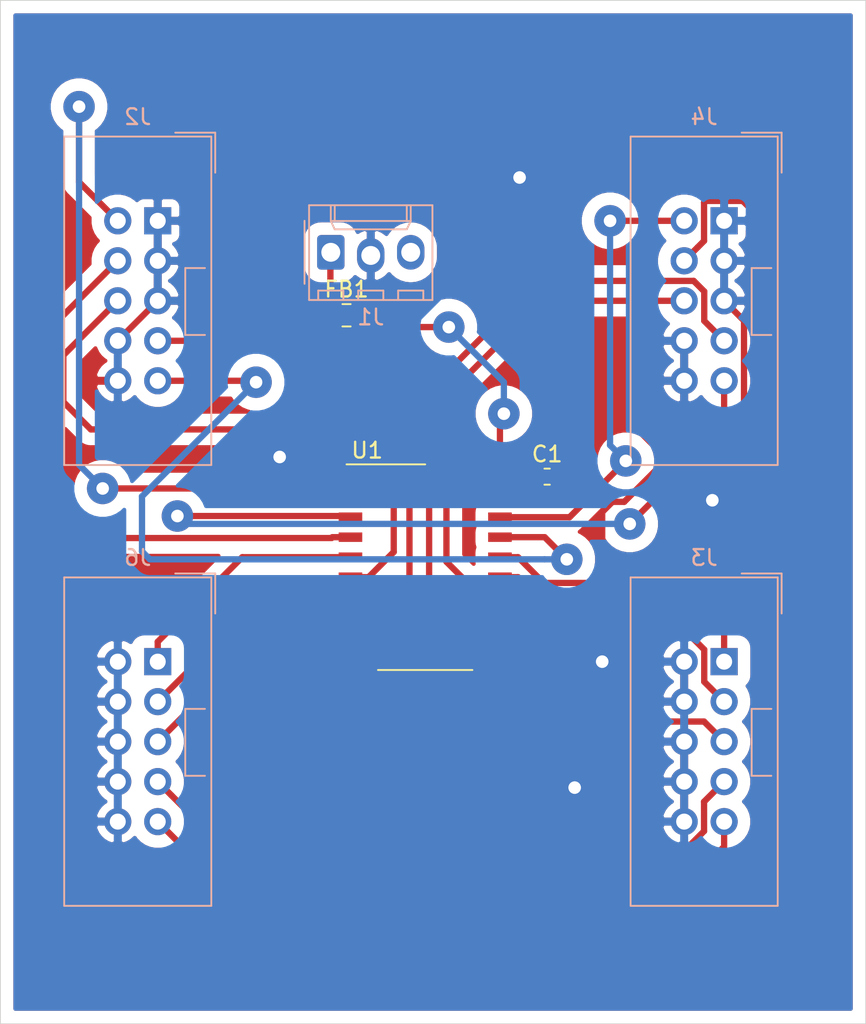
<source format=kicad_pcb>
(kicad_pcb (version 20171130) (host pcbnew "(5.1.5-0-10_14)")

  (general
    (thickness 1.6)
    (drawings 4)
    (tracks 196)
    (zones 0)
    (modules 8)
    (nets 22)
  )

  (page A4)
  (layers
    (0 F.Cu signal)
    (31 B.Cu signal)
    (32 B.Adhes user)
    (33 F.Adhes user)
    (34 B.Paste user)
    (35 F.Paste user)
    (36 B.SilkS user)
    (37 F.SilkS user)
    (38 B.Mask user)
    (39 F.Mask user)
    (40 Dwgs.User user)
    (41 Cmts.User user)
    (42 Eco1.User user)
    (43 Eco2.User user)
    (44 Edge.Cuts user)
    (45 Margin user)
    (46 B.CrtYd user)
    (47 F.CrtYd user)
    (48 B.Fab user)
    (49 F.Fab user)
  )

  (setup
    (last_trace_width 0.4)
    (trace_clearance 0.2)
    (zone_clearance 0.8)
    (zone_45_only no)
    (trace_min 0.2)
    (via_size 2)
    (via_drill 0.8)
    (via_min_size 0.4)
    (via_min_drill 0.3)
    (uvia_size 0.3)
    (uvia_drill 0.1)
    (uvias_allowed no)
    (uvia_min_size 0.2)
    (uvia_min_drill 0.1)
    (edge_width 0.05)
    (segment_width 0.2)
    (pcb_text_width 0.3)
    (pcb_text_size 1.5 1.5)
    (mod_edge_width 0.12)
    (mod_text_size 1 1)
    (mod_text_width 0.15)
    (pad_size 1.524 1.524)
    (pad_drill 0.762)
    (pad_to_mask_clearance 0.051)
    (solder_mask_min_width 0.25)
    (aux_axis_origin 0 0)
    (visible_elements FFFFFF7F)
    (pcbplotparams
      (layerselection 0x010fc_ffffffff)
      (usegerberextensions false)
      (usegerberattributes false)
      (usegerberadvancedattributes false)
      (creategerberjobfile false)
      (excludeedgelayer true)
      (linewidth 0.100000)
      (plotframeref false)
      (viasonmask false)
      (mode 1)
      (useauxorigin false)
      (hpglpennumber 1)
      (hpglpenspeed 20)
      (hpglpendiameter 15.000000)
      (psnegative false)
      (psa4output false)
      (plotreference true)
      (plotvalue true)
      (plotinvisibletext false)
      (padsonsilk false)
      (subtractmaskfromsilk false)
      (outputformat 1)
      (mirror false)
      (drillshape 1)
      (scaleselection 1)
      (outputdirectory ""))
  )

  (net 0 "")
  (net 1 /supply+)
  (net 2 +5V)
  (net 3 GND)
  (net 4 "Net-(J2-Pad2)")
  (net 5 "Net-(J2-Pad4)")
  (net 6 "Net-(J2-Pad6)")
  (net 7 "Net-(J2-Pad7)")
  (net 8 "Net-(J2-Pad9)")
  (net 9 "Net-(J3-Pad1)")
  (net 10 "Net-(J3-Pad3)")
  (net 11 "Net-(J3-Pad5)")
  (net 12 /sda)
  (net 13 /scl)
  (net 14 "Net-(J4-Pad2)")
  (net 15 "Net-(J4-Pad4)")
  (net 16 "Net-(J4-Pad6)")
  (net 17 "Net-(J4-Pad7)")
  (net 18 "Net-(J4-Pad9)")
  (net 19 "Net-(J6-Pad1)")
  (net 20 "Net-(J6-Pad3)")
  (net 21 "Net-(J6-Pad5)")

  (net_class Default "This is the default net class."
    (clearance 0.2)
    (trace_width 0.4)
    (via_dia 2)
    (via_drill 0.8)
    (uvia_dia 0.3)
    (uvia_drill 0.1)
    (add_net +5V)
    (add_net /scl)
    (add_net /sda)
    (add_net /supply+)
    (add_net GND)
    (add_net "Net-(J1-Pad3)")
    (add_net "Net-(J2-Pad2)")
    (add_net "Net-(J2-Pad4)")
    (add_net "Net-(J2-Pad6)")
    (add_net "Net-(J2-Pad7)")
    (add_net "Net-(J2-Pad9)")
    (add_net "Net-(J3-Pad1)")
    (add_net "Net-(J3-Pad3)")
    (add_net "Net-(J3-Pad5)")
    (add_net "Net-(J4-Pad2)")
    (add_net "Net-(J4-Pad4)")
    (add_net "Net-(J4-Pad6)")
    (add_net "Net-(J4-Pad7)")
    (add_net "Net-(J4-Pad9)")
    (add_net "Net-(J6-Pad1)")
    (add_net "Net-(J6-Pad3)")
    (add_net "Net-(J6-Pad5)")
  )

  (module synkie_footprints:IDC-Header_2x05_P2.54mm_Vertical (layer B.Cu) (tedit 5FCD2504) (tstamp 60312D78)
    (at 125 67 180)
    (descr "Through hole straight IDC box header, 2x05, 2.54mm pitch, double rows")
    (tags "Through hole IDC box header THT 2x05 2.54mm double row")
    (path /5FA8D551)
    (fp_text reference J6 (at 1.27 6.604) (layer B.SilkS)
      (effects (font (size 1 1) (thickness 0.15)) (justify mirror))
    )
    (fp_text value Digitalbus (at 1.27 -16.764) (layer B.Fab)
      (effects (font (size 1 1) (thickness 0.15)) (justify mirror))
    )
    (fp_line (start -1.75 -7.25) (end -3 -7.25) (layer B.SilkS) (width 0.12))
    (fp_line (start -1.75 -3) (end -1.75 -7.25) (layer B.SilkS) (width 0.12))
    (fp_line (start -3 -3) (end -1.75 -3) (layer B.SilkS) (width 0.12))
    (fp_text user %R (at 1.27 -5.08) (layer B.Fab)
      (effects (font (size 1 1) (thickness 0.15)) (justify mirror))
    )
    (fp_line (start 5.695 5.1) (end 5.695 -15.26) (layer B.Fab) (width 0.1))
    (fp_line (start 5.145 4.56) (end 5.145 -14.7) (layer B.Fab) (width 0.1))
    (fp_line (start -3.155 5.1) (end -3.155 -15.26) (layer B.Fab) (width 0.1))
    (fp_line (start -2.605 4.56) (end -2.605 -2.83) (layer B.Fab) (width 0.1))
    (fp_line (start -2.605 -7.33) (end -2.605 -14.7) (layer B.Fab) (width 0.1))
    (fp_line (start -2.605 -2.83) (end -3.155 -2.83) (layer B.Fab) (width 0.1))
    (fp_line (start -2.605 -7.33) (end -3.155 -7.33) (layer B.Fab) (width 0.1))
    (fp_line (start 5.695 5.1) (end -3.155 5.1) (layer B.Fab) (width 0.1))
    (fp_line (start 5.145 4.56) (end -2.605 4.56) (layer B.Fab) (width 0.1))
    (fp_line (start 5.695 -15.26) (end -3.155 -15.26) (layer B.Fab) (width 0.1))
    (fp_line (start 5.145 -14.7) (end -2.605 -14.7) (layer B.Fab) (width 0.1))
    (fp_line (start 5.695 5.1) (end 5.145 4.56) (layer B.Fab) (width 0.1))
    (fp_line (start 5.695 -15.26) (end 5.145 -14.7) (layer B.Fab) (width 0.1))
    (fp_line (start -3.155 5.1) (end -2.605 4.56) (layer B.Fab) (width 0.1))
    (fp_line (start -3.155 -15.26) (end -2.605 -14.7) (layer B.Fab) (width 0.1))
    (fp_line (start 5.95 5.35) (end 5.95 -15.51) (layer B.CrtYd) (width 0.05))
    (fp_line (start 5.95 -15.51) (end -3.41 -15.51) (layer B.CrtYd) (width 0.05))
    (fp_line (start -3.41 -15.51) (end -3.41 5.35) (layer B.CrtYd) (width 0.05))
    (fp_line (start -3.41 5.35) (end 5.95 5.35) (layer B.CrtYd) (width 0.05))
    (fp_line (start 5.945 5.35) (end 5.945 -15.51) (layer B.SilkS) (width 0.12))
    (fp_line (start 5.945 -15.51) (end -3.405 -15.51) (layer B.SilkS) (width 0.12))
    (fp_line (start -3.405 -15.51) (end -3.405 5.35) (layer B.SilkS) (width 0.12))
    (fp_line (start -3.405 5.35) (end 5.945 5.35) (layer B.SilkS) (width 0.12))
    (fp_line (start -3.655 5.6) (end -3.655 3.06) (layer B.SilkS) (width 0.12))
    (fp_line (start -3.655 5.6) (end -1.115 5.6) (layer B.SilkS) (width 0.12))
    (pad 1 thru_hole rect (at 0 0 180) (size 1.7272 1.7272) (drill 1.016) (layers *.Cu *.Mask)
      (net 19 "Net-(J6-Pad1)"))
    (pad 2 thru_hole oval (at 2.54 0 180) (size 1.7272 1.7272) (drill 1.016) (layers *.Cu *.Mask)
      (net 3 GND))
    (pad 3 thru_hole oval (at 0 -2.54 180) (size 1.7272 1.7272) (drill 1.016) (layers *.Cu *.Mask)
      (net 20 "Net-(J6-Pad3)"))
    (pad 4 thru_hole oval (at 2.54 -2.54 180) (size 1.7272 1.7272) (drill 1.016) (layers *.Cu *.Mask)
      (net 3 GND))
    (pad 5 thru_hole oval (at 0 -5.08 180) (size 1.7272 1.7272) (drill 1.016) (layers *.Cu *.Mask)
      (net 21 "Net-(J6-Pad5)"))
    (pad 6 thru_hole oval (at 2.54 -5.08 180) (size 1.7272 1.7272) (drill 1.016) (layers *.Cu *.Mask)
      (net 3 GND))
    (pad 7 thru_hole oval (at 0 -7.62 180) (size 1.7272 1.7272) (drill 1.016) (layers *.Cu *.Mask)
      (net 12 /sda))
    (pad 8 thru_hole oval (at 2.54 -7.62 180) (size 1.7272 1.7272) (drill 1.016) (layers *.Cu *.Mask)
      (net 3 GND))
    (pad 9 thru_hole oval (at 0 -10.16 180) (size 1.7272 1.7272) (drill 1.016) (layers *.Cu *.Mask)
      (net 13 /scl))
    (pad 10 thru_hole oval (at 2.54 -10.16 180) (size 1.7272 1.7272) (drill 1.016) (layers *.Cu *.Mask)
      (net 3 GND))
    (model ${KISYS3DMOD}/Connector_IDC.3dshapes/IDC-Header_2x05_P2.54mm_Vertical.wrl
      (at (xyz 0 0 0))
      (scale (xyz 1 1 1))
      (rotate (xyz 0 0 0))
    )
  )

  (module Package_SO:SO-20_12.8x7.5mm_P1.27mm (layer F.Cu) (tedit 5A02F2D3) (tstamp 60312D9C)
    (at 142 61)
    (descr "SO-20, 12.8x7.5mm, https://www.nxp.com/docs/en/data-sheet/SA605.pdf")
    (tags "S0-20 ")
    (path /60242572)
    (attr smd)
    (fp_text reference U1 (at -3.69 -7.42) (layer F.SilkS)
      (effects (font (size 1 1) (thickness 0.15)))
    )
    (fp_text value 74HC244 (at 0 7.99) (layer F.Fab)
      (effects (font (size 1 1) (thickness 0.15)))
    )
    (fp_text user %R (at 0 0) (layer F.Fab)
      (effects (font (size 1 1) (thickness 0.15)))
    )
    (fp_line (start -5.7 6.7) (end -5.7 -6.7) (layer F.CrtYd) (width 0.05))
    (fp_line (start 5.7 6.7) (end -5.7 6.7) (layer F.CrtYd) (width 0.05))
    (fp_line (start 5.7 -6.7) (end 5.7 6.7) (layer F.CrtYd) (width 0.05))
    (fp_line (start -5.7 -6.7) (end 5.7 -6.7) (layer F.CrtYd) (width 0.05))
    (fp_line (start -5 -6.53) (end 0 -6.53) (layer F.SilkS) (width 0.12))
    (fp_line (start -3 6.53) (end 3 6.53) (layer F.SilkS) (width 0.12))
    (fp_line (start -2.2 -5.4) (end -1.2 -6.4) (layer F.Fab) (width 0.1))
    (fp_line (start -2.2 6.4) (end -2.2 -5.4) (layer F.Fab) (width 0.1))
    (fp_line (start 2.2 6.4) (end -2.2 6.4) (layer F.Fab) (width 0.1))
    (fp_line (start 2.2 -6.4) (end 2.2 6.4) (layer F.Fab) (width 0.1))
    (fp_line (start -1.2 -6.4) (end 2.2 -6.4) (layer F.Fab) (width 0.1))
    (pad 20 smd rect (at 4.75 -5.715) (size 1.5 0.6) (layers F.Cu F.Paste F.Mask)
      (net 2 +5V))
    (pad 19 smd rect (at 4.75 -4.445) (size 1.5 0.6) (layers F.Cu F.Paste F.Mask)
      (net 3 GND))
    (pad 18 smd rect (at 4.75 -3.175) (size 1.5 0.6) (layers F.Cu F.Paste F.Mask)
      (net 14 "Net-(J4-Pad2)"))
    (pad 17 smd rect (at 4.75 -1.905) (size 1.5 0.6) (layers F.Cu F.Paste F.Mask)
      (net 8 "Net-(J2-Pad9)"))
    (pad 16 smd rect (at 4.75 -0.635) (size 1.5 0.6) (layers F.Cu F.Paste F.Mask)
      (net 15 "Net-(J4-Pad4)"))
    (pad 15 smd rect (at 4.75 0.635) (size 1.5 0.6) (layers F.Cu F.Paste F.Mask)
      (net 9 "Net-(J3-Pad1)"))
    (pad 14 smd rect (at 4.75 1.905) (size 1.5 0.6) (layers F.Cu F.Paste F.Mask)
      (net 16 "Net-(J4-Pad6)"))
    (pad 13 smd rect (at 4.75 3.175) (size 1.5 0.6) (layers F.Cu F.Paste F.Mask)
      (net 10 "Net-(J3-Pad3)"))
    (pad 12 smd rect (at 4.75 4.445) (size 1.5 0.6) (layers F.Cu F.Paste F.Mask)
      (net 17 "Net-(J4-Pad7)"))
    (pad 11 smd rect (at 4.75 5.715) (size 1.5 0.6) (layers F.Cu F.Paste F.Mask)
      (net 11 "Net-(J3-Pad5)"))
    (pad 10 smd rect (at -4.75 5.715) (size 1.5 0.6) (layers F.Cu F.Paste F.Mask)
      (net 3 GND))
    (pad 9 smd rect (at -4.75 4.445) (size 1.5 0.6) (layers F.Cu F.Paste F.Mask)
      (net 21 "Net-(J6-Pad5)"))
    (pad 8 smd rect (at -4.75 3.175) (size 1.5 0.6) (layers F.Cu F.Paste F.Mask)
      (net 7 "Net-(J2-Pad7)"))
    (pad 7 smd rect (at -4.75 1.905) (size 1.5 0.6) (layers F.Cu F.Paste F.Mask)
      (net 20 "Net-(J6-Pad3)"))
    (pad 1 smd rect (at -4.75 -5.715) (size 1.5 0.6) (layers F.Cu F.Paste F.Mask)
      (net 3 GND))
    (pad 2 smd rect (at -4.75 -4.445) (size 1.5 0.6) (layers F.Cu F.Paste F.Mask)
      (net 4 "Net-(J2-Pad2)"))
    (pad 3 smd rect (at -4.75 -3.175) (size 1.5 0.6) (layers F.Cu F.Paste F.Mask)
      (net 18 "Net-(J4-Pad9)"))
    (pad 4 smd rect (at -4.75 -1.905) (size 1.5 0.6) (layers F.Cu F.Paste F.Mask)
      (net 5 "Net-(J2-Pad4)"))
    (pad 5 smd rect (at -4.75 -0.635) (size 1.5 0.6) (layers F.Cu F.Paste F.Mask)
      (net 19 "Net-(J6-Pad1)"))
    (pad 6 smd rect (at -4.75 0.635) (size 1.5 0.6) (layers F.Cu F.Paste F.Mask)
      (net 6 "Net-(J2-Pad6)"))
    (model ${KISYS3DMOD}/Package_SO.3dshapes/SO-20_12.8x7.5mm_P1.27mm.wrl
      (at (xyz 0 0 0))
      (scale (xyz 1 1 1))
      (rotate (xyz 0 0 0))
    )
  )

  (module synkie_footprints:IDC-Header_2x05_P2.54mm_Vertical (layer B.Cu) (tedit 5FCD2504) (tstamp 60312D4D)
    (at 161 39 180)
    (descr "Through hole straight IDC box header, 2x05, 2.54mm pitch, double rows")
    (tags "Through hole IDC box header THT 2x05 2.54mm double row")
    (path /60547C4A)
    (fp_text reference J4 (at 1.27 6.604) (layer B.SilkS)
      (effects (font (size 1 1) (thickness 0.15)) (justify mirror))
    )
    (fp_text value Syncbus (at 1.27 -16.764) (layer B.Fab)
      (effects (font (size 1 1) (thickness 0.15)) (justify mirror))
    )
    (fp_line (start -1.75 -7.25) (end -3 -7.25) (layer B.SilkS) (width 0.12))
    (fp_line (start -1.75 -3) (end -1.75 -7.25) (layer B.SilkS) (width 0.12))
    (fp_line (start -3 -3) (end -1.75 -3) (layer B.SilkS) (width 0.12))
    (fp_text user %R (at 1.27 -5.08) (layer B.Fab)
      (effects (font (size 1 1) (thickness 0.15)) (justify mirror))
    )
    (fp_line (start 5.695 5.1) (end 5.695 -15.26) (layer B.Fab) (width 0.1))
    (fp_line (start 5.145 4.56) (end 5.145 -14.7) (layer B.Fab) (width 0.1))
    (fp_line (start -3.155 5.1) (end -3.155 -15.26) (layer B.Fab) (width 0.1))
    (fp_line (start -2.605 4.56) (end -2.605 -2.83) (layer B.Fab) (width 0.1))
    (fp_line (start -2.605 -7.33) (end -2.605 -14.7) (layer B.Fab) (width 0.1))
    (fp_line (start -2.605 -2.83) (end -3.155 -2.83) (layer B.Fab) (width 0.1))
    (fp_line (start -2.605 -7.33) (end -3.155 -7.33) (layer B.Fab) (width 0.1))
    (fp_line (start 5.695 5.1) (end -3.155 5.1) (layer B.Fab) (width 0.1))
    (fp_line (start 5.145 4.56) (end -2.605 4.56) (layer B.Fab) (width 0.1))
    (fp_line (start 5.695 -15.26) (end -3.155 -15.26) (layer B.Fab) (width 0.1))
    (fp_line (start 5.145 -14.7) (end -2.605 -14.7) (layer B.Fab) (width 0.1))
    (fp_line (start 5.695 5.1) (end 5.145 4.56) (layer B.Fab) (width 0.1))
    (fp_line (start 5.695 -15.26) (end 5.145 -14.7) (layer B.Fab) (width 0.1))
    (fp_line (start -3.155 5.1) (end -2.605 4.56) (layer B.Fab) (width 0.1))
    (fp_line (start -3.155 -15.26) (end -2.605 -14.7) (layer B.Fab) (width 0.1))
    (fp_line (start 5.95 5.35) (end 5.95 -15.51) (layer B.CrtYd) (width 0.05))
    (fp_line (start 5.95 -15.51) (end -3.41 -15.51) (layer B.CrtYd) (width 0.05))
    (fp_line (start -3.41 -15.51) (end -3.41 5.35) (layer B.CrtYd) (width 0.05))
    (fp_line (start -3.41 5.35) (end 5.95 5.35) (layer B.CrtYd) (width 0.05))
    (fp_line (start 5.945 5.35) (end 5.945 -15.51) (layer B.SilkS) (width 0.12))
    (fp_line (start 5.945 -15.51) (end -3.405 -15.51) (layer B.SilkS) (width 0.12))
    (fp_line (start -3.405 -15.51) (end -3.405 5.35) (layer B.SilkS) (width 0.12))
    (fp_line (start -3.405 5.35) (end 5.945 5.35) (layer B.SilkS) (width 0.12))
    (fp_line (start -3.655 5.6) (end -3.655 3.06) (layer B.SilkS) (width 0.12))
    (fp_line (start -3.655 5.6) (end -1.115 5.6) (layer B.SilkS) (width 0.12))
    (pad 1 thru_hole rect (at 0 0 180) (size 1.7272 1.7272) (drill 1.016) (layers *.Cu *.Mask)
      (net 3 GND))
    (pad 2 thru_hole oval (at 2.54 0 180) (size 1.7272 1.7272) (drill 1.016) (layers *.Cu *.Mask)
      (net 14 "Net-(J4-Pad2)"))
    (pad 3 thru_hole oval (at 0 -2.54 180) (size 1.7272 1.7272) (drill 1.016) (layers *.Cu *.Mask)
      (net 3 GND))
    (pad 4 thru_hole oval (at 2.54 -2.54 180) (size 1.7272 1.7272) (drill 1.016) (layers *.Cu *.Mask)
      (net 15 "Net-(J4-Pad4)"))
    (pad 5 thru_hole oval (at 0 -5.08 180) (size 1.7272 1.7272) (drill 1.016) (layers *.Cu *.Mask)
      (net 3 GND))
    (pad 6 thru_hole oval (at 2.54 -5.08 180) (size 1.7272 1.7272) (drill 1.016) (layers *.Cu *.Mask)
      (net 16 "Net-(J4-Pad6)"))
    (pad 7 thru_hole oval (at 0 -7.62 180) (size 1.7272 1.7272) (drill 1.016) (layers *.Cu *.Mask)
      (net 17 "Net-(J4-Pad7)"))
    (pad 8 thru_hole oval (at 2.54 -7.62 180) (size 1.7272 1.7272) (drill 1.016) (layers *.Cu *.Mask)
      (net 3 GND))
    (pad 9 thru_hole oval (at 0 -10.16 180) (size 1.7272 1.7272) (drill 1.016) (layers *.Cu *.Mask)
      (net 18 "Net-(J4-Pad9)"))
    (pad 10 thru_hole oval (at 2.54 -10.16 180) (size 1.7272 1.7272) (drill 1.016) (layers *.Cu *.Mask)
      (net 3 GND))
    (model ${KISYS3DMOD}/Connector_IDC.3dshapes/IDC-Header_2x05_P2.54mm_Vertical.wrl
      (at (xyz 0 0 0))
      (scale (xyz 1 1 1))
      (rotate (xyz 0 0 0))
    )
  )

  (module synkie_footprints:IDC-Header_2x05_P2.54mm_Vertical (layer B.Cu) (tedit 5FCD2504) (tstamp 603130AA)
    (at 161 67 180)
    (descr "Through hole straight IDC box header, 2x05, 2.54mm pitch, double rows")
    (tags "Through hole IDC box header THT 2x05 2.54mm double row")
    (path /6033D8AF)
    (fp_text reference J3 (at 1.27 6.604) (layer B.SilkS)
      (effects (font (size 1 1) (thickness 0.15)) (justify mirror))
    )
    (fp_text value Digitalbus-IN (at 1.27 -16.764) (layer B.Fab)
      (effects (font (size 1 1) (thickness 0.15)) (justify mirror))
    )
    (fp_line (start -1.75 -7.25) (end -3 -7.25) (layer B.SilkS) (width 0.12))
    (fp_line (start -1.75 -3) (end -1.75 -7.25) (layer B.SilkS) (width 0.12))
    (fp_line (start -3 -3) (end -1.75 -3) (layer B.SilkS) (width 0.12))
    (fp_text user %R (at 1.27 -5.08) (layer B.Fab)
      (effects (font (size 1 1) (thickness 0.15)) (justify mirror))
    )
    (fp_line (start 5.695 5.1) (end 5.695 -15.26) (layer B.Fab) (width 0.1))
    (fp_line (start 5.145 4.56) (end 5.145 -14.7) (layer B.Fab) (width 0.1))
    (fp_line (start -3.155 5.1) (end -3.155 -15.26) (layer B.Fab) (width 0.1))
    (fp_line (start -2.605 4.56) (end -2.605 -2.83) (layer B.Fab) (width 0.1))
    (fp_line (start -2.605 -7.33) (end -2.605 -14.7) (layer B.Fab) (width 0.1))
    (fp_line (start -2.605 -2.83) (end -3.155 -2.83) (layer B.Fab) (width 0.1))
    (fp_line (start -2.605 -7.33) (end -3.155 -7.33) (layer B.Fab) (width 0.1))
    (fp_line (start 5.695 5.1) (end -3.155 5.1) (layer B.Fab) (width 0.1))
    (fp_line (start 5.145 4.56) (end -2.605 4.56) (layer B.Fab) (width 0.1))
    (fp_line (start 5.695 -15.26) (end -3.155 -15.26) (layer B.Fab) (width 0.1))
    (fp_line (start 5.145 -14.7) (end -2.605 -14.7) (layer B.Fab) (width 0.1))
    (fp_line (start 5.695 5.1) (end 5.145 4.56) (layer B.Fab) (width 0.1))
    (fp_line (start 5.695 -15.26) (end 5.145 -14.7) (layer B.Fab) (width 0.1))
    (fp_line (start -3.155 5.1) (end -2.605 4.56) (layer B.Fab) (width 0.1))
    (fp_line (start -3.155 -15.26) (end -2.605 -14.7) (layer B.Fab) (width 0.1))
    (fp_line (start 5.95 5.35) (end 5.95 -15.51) (layer B.CrtYd) (width 0.05))
    (fp_line (start 5.95 -15.51) (end -3.41 -15.51) (layer B.CrtYd) (width 0.05))
    (fp_line (start -3.41 -15.51) (end -3.41 5.35) (layer B.CrtYd) (width 0.05))
    (fp_line (start -3.41 5.35) (end 5.95 5.35) (layer B.CrtYd) (width 0.05))
    (fp_line (start 5.945 5.35) (end 5.945 -15.51) (layer B.SilkS) (width 0.12))
    (fp_line (start 5.945 -15.51) (end -3.405 -15.51) (layer B.SilkS) (width 0.12))
    (fp_line (start -3.405 -15.51) (end -3.405 5.35) (layer B.SilkS) (width 0.12))
    (fp_line (start -3.405 5.35) (end 5.945 5.35) (layer B.SilkS) (width 0.12))
    (fp_line (start -3.655 5.6) (end -3.655 3.06) (layer B.SilkS) (width 0.12))
    (fp_line (start -3.655 5.6) (end -1.115 5.6) (layer B.SilkS) (width 0.12))
    (pad 1 thru_hole rect (at 0 0 180) (size 1.7272 1.7272) (drill 1.016) (layers *.Cu *.Mask)
      (net 9 "Net-(J3-Pad1)"))
    (pad 2 thru_hole oval (at 2.54 0 180) (size 1.7272 1.7272) (drill 1.016) (layers *.Cu *.Mask)
      (net 3 GND))
    (pad 3 thru_hole oval (at 0 -2.54 180) (size 1.7272 1.7272) (drill 1.016) (layers *.Cu *.Mask)
      (net 10 "Net-(J3-Pad3)"))
    (pad 4 thru_hole oval (at 2.54 -2.54 180) (size 1.7272 1.7272) (drill 1.016) (layers *.Cu *.Mask)
      (net 3 GND))
    (pad 5 thru_hole oval (at 0 -5.08 180) (size 1.7272 1.7272) (drill 1.016) (layers *.Cu *.Mask)
      (net 11 "Net-(J3-Pad5)"))
    (pad 6 thru_hole oval (at 2.54 -5.08 180) (size 1.7272 1.7272) (drill 1.016) (layers *.Cu *.Mask)
      (net 3 GND))
    (pad 7 thru_hole oval (at 0 -7.62 180) (size 1.7272 1.7272) (drill 1.016) (layers *.Cu *.Mask)
      (net 12 /sda))
    (pad 8 thru_hole oval (at 2.54 -7.62 180) (size 1.7272 1.7272) (drill 1.016) (layers *.Cu *.Mask)
      (net 3 GND))
    (pad 9 thru_hole oval (at 0 -10.16 180) (size 1.7272 1.7272) (drill 1.016) (layers *.Cu *.Mask)
      (net 13 /scl))
    (pad 10 thru_hole oval (at 2.54 -10.16 180) (size 1.7272 1.7272) (drill 1.016) (layers *.Cu *.Mask)
      (net 3 GND))
    (model ${KISYS3DMOD}/Connector_IDC.3dshapes/IDC-Header_2x05_P2.54mm_Vertical.wrl
      (at (xyz 0 0 0))
      (scale (xyz 1 1 1))
      (rotate (xyz 0 0 0))
    )
  )

  (module synkie_footprints:IDC-Header_2x05_P2.54mm_Vertical (layer B.Cu) (tedit 5FCD2504) (tstamp 60312CF7)
    (at 125 39 180)
    (descr "Through hole straight IDC box header, 2x05, 2.54mm pitch, double rows")
    (tags "Through hole IDC box header THT 2x05 2.54mm double row")
    (path /60332019)
    (fp_text reference J2 (at 1.27 6.604) (layer B.SilkS)
      (effects (font (size 1 1) (thickness 0.15)) (justify mirror))
    )
    (fp_text value Syncbus-IN (at 1.27 -16.764) (layer B.Fab)
      (effects (font (size 1 1) (thickness 0.15)) (justify mirror))
    )
    (fp_line (start -1.75 -7.25) (end -3 -7.25) (layer B.SilkS) (width 0.12))
    (fp_line (start -1.75 -3) (end -1.75 -7.25) (layer B.SilkS) (width 0.12))
    (fp_line (start -3 -3) (end -1.75 -3) (layer B.SilkS) (width 0.12))
    (fp_text user %R (at 1.27 -5.08) (layer B.Fab)
      (effects (font (size 1 1) (thickness 0.15)) (justify mirror))
    )
    (fp_line (start 5.695 5.1) (end 5.695 -15.26) (layer B.Fab) (width 0.1))
    (fp_line (start 5.145 4.56) (end 5.145 -14.7) (layer B.Fab) (width 0.1))
    (fp_line (start -3.155 5.1) (end -3.155 -15.26) (layer B.Fab) (width 0.1))
    (fp_line (start -2.605 4.56) (end -2.605 -2.83) (layer B.Fab) (width 0.1))
    (fp_line (start -2.605 -7.33) (end -2.605 -14.7) (layer B.Fab) (width 0.1))
    (fp_line (start -2.605 -2.83) (end -3.155 -2.83) (layer B.Fab) (width 0.1))
    (fp_line (start -2.605 -7.33) (end -3.155 -7.33) (layer B.Fab) (width 0.1))
    (fp_line (start 5.695 5.1) (end -3.155 5.1) (layer B.Fab) (width 0.1))
    (fp_line (start 5.145 4.56) (end -2.605 4.56) (layer B.Fab) (width 0.1))
    (fp_line (start 5.695 -15.26) (end -3.155 -15.26) (layer B.Fab) (width 0.1))
    (fp_line (start 5.145 -14.7) (end -2.605 -14.7) (layer B.Fab) (width 0.1))
    (fp_line (start 5.695 5.1) (end 5.145 4.56) (layer B.Fab) (width 0.1))
    (fp_line (start 5.695 -15.26) (end 5.145 -14.7) (layer B.Fab) (width 0.1))
    (fp_line (start -3.155 5.1) (end -2.605 4.56) (layer B.Fab) (width 0.1))
    (fp_line (start -3.155 -15.26) (end -2.605 -14.7) (layer B.Fab) (width 0.1))
    (fp_line (start 5.95 5.35) (end 5.95 -15.51) (layer B.CrtYd) (width 0.05))
    (fp_line (start 5.95 -15.51) (end -3.41 -15.51) (layer B.CrtYd) (width 0.05))
    (fp_line (start -3.41 -15.51) (end -3.41 5.35) (layer B.CrtYd) (width 0.05))
    (fp_line (start -3.41 5.35) (end 5.95 5.35) (layer B.CrtYd) (width 0.05))
    (fp_line (start 5.945 5.35) (end 5.945 -15.51) (layer B.SilkS) (width 0.12))
    (fp_line (start 5.945 -15.51) (end -3.405 -15.51) (layer B.SilkS) (width 0.12))
    (fp_line (start -3.405 -15.51) (end -3.405 5.35) (layer B.SilkS) (width 0.12))
    (fp_line (start -3.405 5.35) (end 5.945 5.35) (layer B.SilkS) (width 0.12))
    (fp_line (start -3.655 5.6) (end -3.655 3.06) (layer B.SilkS) (width 0.12))
    (fp_line (start -3.655 5.6) (end -1.115 5.6) (layer B.SilkS) (width 0.12))
    (pad 1 thru_hole rect (at 0 0 180) (size 1.7272 1.7272) (drill 1.016) (layers *.Cu *.Mask)
      (net 3 GND))
    (pad 2 thru_hole oval (at 2.54 0 180) (size 1.7272 1.7272) (drill 1.016) (layers *.Cu *.Mask)
      (net 4 "Net-(J2-Pad2)"))
    (pad 3 thru_hole oval (at 0 -2.54 180) (size 1.7272 1.7272) (drill 1.016) (layers *.Cu *.Mask)
      (net 3 GND))
    (pad 4 thru_hole oval (at 2.54 -2.54 180) (size 1.7272 1.7272) (drill 1.016) (layers *.Cu *.Mask)
      (net 5 "Net-(J2-Pad4)"))
    (pad 5 thru_hole oval (at 0 -5.08 180) (size 1.7272 1.7272) (drill 1.016) (layers *.Cu *.Mask)
      (net 3 GND))
    (pad 6 thru_hole oval (at 2.54 -5.08 180) (size 1.7272 1.7272) (drill 1.016) (layers *.Cu *.Mask)
      (net 6 "Net-(J2-Pad6)"))
    (pad 7 thru_hole oval (at 0 -7.62 180) (size 1.7272 1.7272) (drill 1.016) (layers *.Cu *.Mask)
      (net 7 "Net-(J2-Pad7)"))
    (pad 8 thru_hole oval (at 2.54 -7.62 180) (size 1.7272 1.7272) (drill 1.016) (layers *.Cu *.Mask)
      (net 3 GND))
    (pad 9 thru_hole oval (at 0 -10.16 180) (size 1.7272 1.7272) (drill 1.016) (layers *.Cu *.Mask)
      (net 8 "Net-(J2-Pad9)"))
    (pad 10 thru_hole oval (at 2.54 -10.16 180) (size 1.7272 1.7272) (drill 1.016) (layers *.Cu *.Mask)
      (net 3 GND))
    (model ${KISYS3DMOD}/Connector_IDC.3dshapes/IDC-Header_2x05_P2.54mm_Vertical.wrl
      (at (xyz 0 0 0))
      (scale (xyz 1 1 1))
      (rotate (xyz 0 0 0))
    )
  )

  (module synkie_footprints:Molex_KK-254_AE-6410-03A_1x03_P2.54mm_Vertical (layer B.Cu) (tedit 5E9C4158) (tstamp 60312CCC)
    (at 136 41)
    (descr "Molex KK-254 Interconnect System, old/engineering part number: AE-6410-03A example for new part number: 22-27-2031, 3 Pins (http://www.molex.com/pdm_docs/sd/022272021_sd.pdf), generated with kicad-footprint-generator")
    (tags "connector Molex KK-254 side entry")
    (path /60315CA6)
    (fp_text reference J1 (at 2.54 4.12) (layer B.SilkS)
      (effects (font (size 1 1) (thickness 0.15)) (justify mirror))
    )
    (fp_text value Supply (at 2.54 -4.08) (layer B.Fab)
      (effects (font (size 1 1) (thickness 0.15)) (justify mirror))
    )
    (fp_text user %R (at 2.54 2.22) (layer B.Fab)
      (effects (font (size 1 1) (thickness 0.15)) (justify mirror))
    )
    (fp_line (start 6.85 3.42) (end -1.77 3.42) (layer B.CrtYd) (width 0.05))
    (fp_line (start 6.85 -3.38) (end 6.85 3.42) (layer B.CrtYd) (width 0.05))
    (fp_line (start -1.77 -3.38) (end 6.85 -3.38) (layer B.CrtYd) (width 0.05))
    (fp_line (start -1.77 3.42) (end -1.77 -3.38) (layer B.CrtYd) (width 0.05))
    (fp_line (start 5.88 2.43) (end 5.88 3.03) (layer B.SilkS) (width 0.12))
    (fp_line (start 4.28 2.43) (end 5.88 2.43) (layer B.SilkS) (width 0.12))
    (fp_line (start 4.28 3.03) (end 4.28 2.43) (layer B.SilkS) (width 0.12))
    (fp_line (start 3.34 2.43) (end 3.34 3.03) (layer B.SilkS) (width 0.12))
    (fp_line (start 1.74 2.43) (end 3.34 2.43) (layer B.SilkS) (width 0.12))
    (fp_line (start 1.74 3.03) (end 1.74 2.43) (layer B.SilkS) (width 0.12))
    (fp_line (start 0.8 2.43) (end 0.8 3.03) (layer B.SilkS) (width 0.12))
    (fp_line (start -0.8 2.43) (end 0.8 2.43) (layer B.SilkS) (width 0.12))
    (fp_line (start -0.8 3.03) (end -0.8 2.43) (layer B.SilkS) (width 0.12))
    (fp_line (start 4.83 -2.99) (end 4.83 -1.99) (layer B.SilkS) (width 0.12))
    (fp_line (start 0.25 -2.99) (end 0.25 -1.99) (layer B.SilkS) (width 0.12))
    (fp_line (start 4.83 -1.46) (end 5.08 -1.99) (layer B.SilkS) (width 0.12))
    (fp_line (start 0.25 -1.46) (end 4.83 -1.46) (layer B.SilkS) (width 0.12))
    (fp_line (start 0 -1.99) (end 0.25 -1.46) (layer B.SilkS) (width 0.12))
    (fp_line (start 5.08 -1.99) (end 5.08 -2.99) (layer B.SilkS) (width 0.12))
    (fp_line (start 0 -1.99) (end 5.08 -1.99) (layer B.SilkS) (width 0.12))
    (fp_line (start 0 -2.99) (end 0 -1.99) (layer B.SilkS) (width 0.12))
    (fp_line (start -0.562893 0) (end -1.27 -0.5) (layer B.Fab) (width 0.1))
    (fp_line (start -1.27 0.5) (end -0.562893 0) (layer B.Fab) (width 0.1))
    (fp_line (start -1.67 2) (end -1.67 -2) (layer B.SilkS) (width 0.12))
    (fp_line (start 6.46 3.03) (end -1.38 3.03) (layer B.SilkS) (width 0.12))
    (fp_line (start 6.46 -2.99) (end 6.46 3.03) (layer B.SilkS) (width 0.12))
    (fp_line (start -1.38 -2.99) (end 6.46 -2.99) (layer B.SilkS) (width 0.12))
    (fp_line (start -1.38 3.03) (end -1.38 -2.99) (layer B.SilkS) (width 0.12))
    (fp_line (start 6.35 2.92) (end -1.27 2.92) (layer B.Fab) (width 0.1))
    (fp_line (start 6.35 -2.88) (end 6.35 2.92) (layer B.Fab) (width 0.1))
    (fp_line (start -1.27 -2.88) (end 6.35 -2.88) (layer B.Fab) (width 0.1))
    (fp_line (start -1.27 2.92) (end -1.27 -2.88) (layer B.Fab) (width 0.1))
    (pad 3 thru_hole oval (at 5.08 0) (size 1.74 2.2) (drill 1.2) (layers *.Cu *.Mask))
    (pad 2 thru_hole oval (at 2.54 0.2) (size 1.74 2.2) (drill 1.2) (layers *.Cu *.Mask)
      (net 3 GND))
    (pad 1 thru_hole roundrect (at 0 0) (size 1.74 2.2) (drill 1.2) (layers *.Cu *.Mask) (roundrect_rratio 0.143678)
      (net 1 /supply+))
    (model ${KISYS3DMOD}/Connector_Molex.3dshapes/Molex_KK-254_AE-6410-03A_1x03_P2.54mm_Vertical.wrl
      (at (xyz 0 0 0))
      (scale (xyz 1 1 1))
      (rotate (xyz 0 0 0))
    )
  )

  (module synkie_footprints:L_0805_2012Metric_Pad1.15x1.40mm_HandSolder (layer F.Cu) (tedit 5B36C52B) (tstamp 603132DF)
    (at 137 45)
    (descr "Capacitor SMD 0805 (2012 Metric), square (rectangular) end terminal, IPC_7351 nominal with elongated pad for handsoldering. (Body size source: https://docs.google.com/spreadsheets/d/1BsfQQcO9C6DZCsRaXUlFlo91Tg2WpOkGARC1WS5S8t0/edit?usp=sharing), generated with kicad-footprint-generator")
    (tags "inductor handsolder")
    (path /60315CA7)
    (attr smd)
    (fp_text reference FB1 (at 0 -1.65) (layer F.SilkS)
      (effects (font (size 1 1) (thickness 0.15)))
    )
    (fp_text value Ferrite_Bead (at 0 1.65) (layer F.Fab)
      (effects (font (size 1 1) (thickness 0.15)))
    )
    (fp_line (start -1 0.6) (end -1 -0.6) (layer F.Fab) (width 0.1))
    (fp_line (start -1 -0.6) (end 1 -0.6) (layer F.Fab) (width 0.1))
    (fp_line (start 1 -0.6) (end 1 0.6) (layer F.Fab) (width 0.1))
    (fp_line (start 1 0.6) (end -1 0.6) (layer F.Fab) (width 0.1))
    (fp_line (start -0.261252 -0.71) (end 0.261252 -0.71) (layer F.SilkS) (width 0.12))
    (fp_line (start -0.261252 0.71) (end 0.261252 0.71) (layer F.SilkS) (width 0.12))
    (fp_line (start -1.85 0.95) (end -1.85 -0.95) (layer F.CrtYd) (width 0.05))
    (fp_line (start -1.85 -0.95) (end 1.85 -0.95) (layer F.CrtYd) (width 0.05))
    (fp_line (start 1.85 -0.95) (end 1.85 0.95) (layer F.CrtYd) (width 0.05))
    (fp_line (start 1.85 0.95) (end -1.85 0.95) (layer F.CrtYd) (width 0.05))
    (fp_text user %R (at 0 0) (layer F.Fab)
      (effects (font (size 0.5 0.5) (thickness 0.08)))
    )
    (pad 1 smd roundrect (at -1.025 0) (size 1.15 1.4) (layers F.Cu F.Paste F.Mask) (roundrect_rratio 0.217391)
      (net 1 /supply+))
    (pad 2 smd roundrect (at 1.025 0) (size 1.15 1.4) (layers F.Cu F.Paste F.Mask) (roundrect_rratio 0.217391)
      (net 2 +5V))
    (model ${KISYS3DMOD}/Inductor_SMD.3dshapes/L_0805_2012Metric.wrl
      (at (xyz 0 0 0))
      (scale (xyz 1 1 1))
      (rotate (xyz 0 0 0))
    )
  )

  (module synkie_footprints:R_0603_1608Metric_Pad1.05x0.95mm_HandSolder (layer F.Cu) (tedit 5B301BBD) (tstamp 6031371B)
    (at 149.75 55.25)
    (descr "Resistor SMD 0603 (1608 Metric), square (rectangular) end terminal, IPC_7351 nominal with elongated pad for handsoldering. (Body size source: http://www.tortai-tech.com/upload/download/2011102023233369053.pdf), generated with kicad-footprint-generator")
    (tags "resistor handsolder")
    (path /6025242C)
    (attr smd)
    (fp_text reference C1 (at 0 -1.43) (layer F.SilkS)
      (effects (font (size 1 1) (thickness 0.15)))
    )
    (fp_text value C (at 0 1.43) (layer F.Fab)
      (effects (font (size 1 1) (thickness 0.15)))
    )
    (fp_text user %R (at 0 0) (layer F.Fab)
      (effects (font (size 0.4 0.4) (thickness 0.06)))
    )
    (fp_line (start 1.65 0.73) (end -1.65 0.73) (layer F.CrtYd) (width 0.05))
    (fp_line (start 1.65 -0.73) (end 1.65 0.73) (layer F.CrtYd) (width 0.05))
    (fp_line (start -1.65 -0.73) (end 1.65 -0.73) (layer F.CrtYd) (width 0.05))
    (fp_line (start -1.65 0.73) (end -1.65 -0.73) (layer F.CrtYd) (width 0.05))
    (fp_line (start -0.171267 0.51) (end 0.171267 0.51) (layer F.SilkS) (width 0.12))
    (fp_line (start -0.171267 -0.51) (end 0.171267 -0.51) (layer F.SilkS) (width 0.12))
    (fp_line (start 0.8 0.4) (end -0.8 0.4) (layer F.Fab) (width 0.1))
    (fp_line (start 0.8 -0.4) (end 0.8 0.4) (layer F.Fab) (width 0.1))
    (fp_line (start -0.8 -0.4) (end 0.8 -0.4) (layer F.Fab) (width 0.1))
    (fp_line (start -0.8 0.4) (end -0.8 -0.4) (layer F.Fab) (width 0.1))
    (pad 2 smd roundrect (at 0.875 0) (size 1.05 0.95) (layers F.Cu F.Paste F.Mask) (roundrect_rratio 0.25)
      (net 3 GND))
    (pad 1 smd roundrect (at -0.875 0) (size 1.05 0.95) (layers F.Cu F.Paste F.Mask) (roundrect_rratio 0.25)
      (net 2 +5V))
    (model ${KISYS3DMOD}/Resistor_SMD.3dshapes/R_0603_1608Metric.wrl
      (at (xyz 0 0 0))
      (scale (xyz 1 1 1))
      (rotate (xyz 0 0 0))
    )
  )

  (gr_line (start 115 90) (end 115 25) (layer Edge.Cuts) (width 0.05) (tstamp 603138AE))
  (gr_line (start 170 90) (end 115 90) (layer Edge.Cuts) (width 0.05))
  (gr_line (start 170 25) (end 170 90) (layer Edge.Cuts) (width 0.05))
  (gr_line (start 115 25) (end 170 25) (layer Edge.Cuts) (width 0.05))

  (segment (start 135.975 41.025) (end 136 41) (width 0.4) (layer F.Cu) (net 1))
  (segment (start 135.975 45) (end 135.975 41.025) (width 0.4) (layer F.Cu) (net 1))
  (via (at 147 51.25) (size 2) (drill 0.8) (layers F.Cu B.Cu) (net 2))
  (segment (start 146.75 51.5) (end 147 51.25) (width 0.4) (layer F.Cu) (net 2))
  (segment (start 146.75 55.285) (end 146.75 51.5) (width 0.4) (layer F.Cu) (net 2))
  (via (at 143.5 45.75) (size 2) (drill 0.8) (layers F.Cu B.Cu) (net 2))
  (segment (start 147 49.25) (end 143.5 45.75) (width 0.4) (layer B.Cu) (net 2))
  (segment (start 147 51.25) (end 147 49.25) (width 0.4) (layer B.Cu) (net 2))
  (segment (start 138.775 45.75) (end 138.025 45) (width 0.4) (layer F.Cu) (net 2))
  (segment (start 143.5 45.75) (end 138.775 45.75) (width 0.4) (layer F.Cu) (net 2))
  (segment (start 146.785 55.25) (end 146.75 55.285) (width 0.4) (layer F.Cu) (net 2))
  (segment (start 148.875 55.25) (end 146.785 55.25) (width 0.4) (layer F.Cu) (net 2))
  (segment (start 161 39) (end 161 44.08) (width 0.4) (layer F.Cu) (net 3))
  (segment (start 158.46 46.62) (end 158.46 49.16) (width 0.4) (layer F.Cu) (net 3))
  (segment (start 156.24 49.16) (end 157.238686 49.16) (width 0.4) (layer F.Cu) (net 3))
  (segment (start 157.238686 49.16) (end 158.46 49.16) (width 0.4) (layer F.Cu) (net 3))
  (segment (start 150.625 54.775) (end 156.24 49.16) (width 0.4) (layer F.Cu) (net 3))
  (segment (start 150.625 55.25) (end 150.625 54.775) (width 0.4) (layer F.Cu) (net 3))
  (via (at 160.25 56.75) (size 2) (drill 0.8) (layers F.Cu B.Cu) (net 3))
  (segment (start 162.263601 54.736399) (end 160.25 56.75) (width 0.4) (layer F.Cu) (net 3))
  (segment (start 162.263601 45.343601) (end 162.263601 54.736399) (width 0.4) (layer F.Cu) (net 3))
  (segment (start 161 44.08) (end 162.263601 45.343601) (width 0.4) (layer F.Cu) (net 3))
  (via (at 153.25 67) (size 2) (drill 0.8) (layers F.Cu B.Cu) (net 3))
  (segment (start 160.25 56.75) (end 153.25 63.75) (width 0.4) (layer B.Cu) (net 3))
  (segment (start 153.25 67) (end 158.46 67) (width 0.4) (layer F.Cu) (net 3))
  (segment (start 157.238686 77.16) (end 158.46 77.16) (width 0.4) (layer F.Cu) (net 3))
  (segment (start 137.25 67.415) (end 146.995 77.16) (width 0.4) (layer F.Cu) (net 3))
  (segment (start 137.25 66.715) (end 137.25 67.415) (width 0.4) (layer F.Cu) (net 3))
  (segment (start 158.46 72.08) (end 158.46 77.16) (width 0.4) (layer F.Cu) (net 3))
  (segment (start 158.46 69.54) (end 158.46 67) (width 0.4) (layer F.Cu) (net 3))
  (segment (start 153.25 73.25) (end 151.5 75) (width 0.4) (layer B.Cu) (net 3))
  (segment (start 153.25 65) (end 153.25 73.25) (width 0.4) (layer B.Cu) (net 3))
  (via (at 151.5 75) (size 2) (drill 0.8) (layers F.Cu B.Cu) (net 3))
  (segment (start 153.25 63.75) (end 153.25 65) (width 0.4) (layer B.Cu) (net 3))
  (segment (start 153.25 65) (end 153.25 67) (width 0.4) (layer B.Cu) (net 3))
  (segment (start 151.5 75) (end 151.5 77.25) (width 0.4) (layer F.Cu) (net 3))
  (segment (start 151.5 77.25) (end 157.238686 77.16) (width 0.4) (layer F.Cu) (net 3))
  (segment (start 146.995 77.16) (end 151.5 77.25) (width 0.4) (layer F.Cu) (net 3))
  (segment (start 122.46 67) (end 122.46 77.16) (width 0.4) (layer F.Cu) (net 3))
  (segment (start 122.46 49.16) (end 122.46 46.62) (width 0.4) (layer F.Cu) (net 3))
  (segment (start 122.46 46.62) (end 125 44.08) (width 0.4) (layer F.Cu) (net 3))
  (segment (start 125 44.08) (end 125 39) (width 0.4) (layer F.Cu) (net 3))
  (via (at 132.75 54) (size 2) (drill 0.8) (layers F.Cu B.Cu) (net 3))
  (segment (start 134.035 55.285) (end 132.75 54) (width 0.4) (layer F.Cu) (net 3))
  (segment (start 137.25 55.285) (end 134.035 55.285) (width 0.4) (layer F.Cu) (net 3))
  (segment (start 146.75 56.555) (end 150.445 56.555) (width 0.4) (layer F.Cu) (net 3))
  (segment (start 150.625 56.375) (end 150.625 55.25) (width 0.4) (layer F.Cu) (net 3))
  (segment (start 150.445 56.555) (end 150.625 56.375) (width 0.4) (layer F.Cu) (net 3))
  (segment (start 132.75 54) (end 147.572002 39.177998) (width 0.4) (layer B.Cu) (net 3))
  (segment (start 138.54 39.7) (end 136.34 37.5) (width 0.4) (layer F.Cu) (net 3))
  (segment (start 138.54 41.2) (end 138.54 39.7) (width 0.4) (layer F.Cu) (net 3))
  (segment (start 134.84 39) (end 125 39) (width 0.4) (layer F.Cu) (net 3))
  (segment (start 136.34 37.5) (end 134.84 39) (width 0.4) (layer F.Cu) (net 3))
  (via (at 148 36.25) (size 2) (drill 0.8) (layers F.Cu B.Cu) (net 3))
  (segment (start 146.75 37.5) (end 148 36.25) (width 0.4) (layer F.Cu) (net 3))
  (segment (start 136.34 37.5) (end 146.75 37.5) (width 0.4) (layer F.Cu) (net 3))
  (segment (start 148 38.75) (end 147.572002 39.177998) (width 0.4) (layer B.Cu) (net 3))
  (segment (start 148 36.25) (end 148 38.75) (width 0.4) (layer B.Cu) (net 3))
  (segment (start 122.46 77.16) (end 120.91 77.16) (width 0.4) (layer F.Cu) (net 3))
  (segment (start 145.39999 29.64999) (end 148 32.25) (width 0.4) (layer F.Cu) (net 3))
  (segment (start 116.25 29.64999) (end 145.39999 29.64999) (width 0.4) (layer F.Cu) (net 3))
  (segment (start 120.91 77.16) (end 116.25 72.5) (width 0.4) (layer F.Cu) (net 3))
  (segment (start 148 32.25) (end 148 36.25) (width 0.4) (layer F.Cu) (net 3))
  (segment (start 116.25 72.5) (end 116.25 29.64999) (width 0.4) (layer F.Cu) (net 3))
  (segment (start 159.250001 57.749999) (end 160.25 56.75) (width 0.4) (layer F.Cu) (net 3))
  (segment (start 156.5 60.5) (end 159.250001 57.749999) (width 0.4) (layer F.Cu) (net 3))
  (segment (start 153.25 60.5) (end 156.5 60.5) (width 0.4) (layer F.Cu) (net 3))
  (segment (start 153.25 57.5) (end 153.25 60.5) (width 0.4) (layer F.Cu) (net 3))
  (segment (start 153.900001 56.849999) (end 153.25 57.5) (width 0.4) (layer F.Cu) (net 3))
  (segment (start 154.650001 56.849999) (end 153.900001 56.849999) (width 0.4) (layer F.Cu) (net 3))
  (segment (start 150.625 54.775) (end 154.15 51.25) (width 0.4) (layer F.Cu) (net 3))
  (segment (start 157.375 54.125) (end 154.650001 56.849999) (width 0.4) (layer F.Cu) (net 3))
  (segment (start 154.5 51.25) (end 157.375 54.125) (width 0.4) (layer F.Cu) (net 3))
  (segment (start 154.15 51.25) (end 154.5 51.25) (width 0.4) (layer F.Cu) (net 3))
  (segment (start 166.25 50.75) (end 160.25 56.75) (width 0.4) (layer B.Cu) (net 3))
  (segment (start 166.25 38.75) (end 166.25 50.75) (width 0.4) (layer B.Cu) (net 3))
  (segment (start 162.75 35.25) (end 166.25 38.75) (width 0.4) (layer B.Cu) (net 3))
  (segment (start 155.5 35.25) (end 162.75 35.25) (width 0.4) (layer B.Cu) (net 3))
  (segment (start 153.75 37) (end 155.5 35.25) (width 0.4) (layer B.Cu) (net 3))
  (segment (start 151.25 37) (end 153.75 37) (width 0.4) (layer B.Cu) (net 3))
  (segment (start 149.072002 39.177998) (end 151.25 37) (width 0.4) (layer B.Cu) (net 3))
  (segment (start 147.572002 39.177998) (end 149.072002 39.177998) (width 0.4) (layer B.Cu) (net 3))
  (segment (start 135.545 56) (end 121.5 56) (width 0.4) (layer F.Cu) (net 4))
  (via (at 121.5 56) (size 2) (drill 0.8) (layers F.Cu B.Cu) (net 4))
  (segment (start 136.1 56.555) (end 135.545 56) (width 0.4) (layer F.Cu) (net 4))
  (segment (start 137.25 56.555) (end 136.1 56.555) (width 0.4) (layer F.Cu) (net 4))
  (via (at 120 31.75) (size 2) (drill 0.8) (layers F.Cu B.Cu) (net 4))
  (segment (start 120 54.5) (end 120 31.75) (width 0.4) (layer B.Cu) (net 4))
  (segment (start 121.5 56) (end 120 54.5) (width 0.4) (layer B.Cu) (net 4))
  (segment (start 120 36.54) (end 122.46 39) (width 0.4) (layer F.Cu) (net 4))
  (segment (start 120 31.75) (end 120 36.54) (width 0.4) (layer F.Cu) (net 4))
  (segment (start 121.596401 42.403599) (end 122.46 41.54) (width 0.4) (layer F.Cu) (net 5))
  (segment (start 118 55.75) (end 118 46) (width 0.4) (layer F.Cu) (net 5))
  (segment (start 121.400001 59.150001) (end 118 55.75) (width 0.4) (layer F.Cu) (net 5))
  (segment (start 118 46) (end 121.596401 42.403599) (width 0.4) (layer F.Cu) (net 5))
  (segment (start 136.044999 59.150001) (end 121.400001 59.150001) (width 0.4) (layer F.Cu) (net 5))
  (segment (start 136.1 59.095) (end 136.044999 59.150001) (width 0.4) (layer F.Cu) (net 5))
  (segment (start 137.25 59.095) (end 136.1 59.095) (width 0.4) (layer F.Cu) (net 5))
  (segment (start 138.4 61.635) (end 140 60.035) (width 0.4) (layer F.Cu) (net 6))
  (segment (start 137.25 61.635) (end 138.4 61.635) (width 0.4) (layer F.Cu) (net 6))
  (segment (start 140 56.264998) (end 135.985002 52.25) (width 0.4) (layer F.Cu) (net 6))
  (segment (start 140 60.035) (end 140 56.264998) (width 0.4) (layer F.Cu) (net 6))
  (segment (start 135.985002 52.25) (end 120.75 52.25) (width 0.4) (layer F.Cu) (net 6))
  (segment (start 120.75 52.25) (end 119 50.5) (width 0.4) (layer F.Cu) (net 6))
  (segment (start 119 47.54) (end 122.46 44.08) (width 0.4) (layer F.Cu) (net 6))
  (segment (start 119 50.5) (end 119 47.54) (width 0.4) (layer F.Cu) (net 6))
  (segment (start 141 61.575) (end 141 55.25) (width 0.4) (layer F.Cu) (net 7))
  (segment (start 138.4 64.175) (end 141 61.575) (width 0.4) (layer F.Cu) (net 7))
  (segment (start 132.37 46.62) (end 125 46.62) (width 0.4) (layer F.Cu) (net 7))
  (segment (start 141 55.25) (end 132.37 46.62) (width 0.4) (layer F.Cu) (net 7))
  (segment (start 137.25 64.175) (end 138.4 64.175) (width 0.4) (layer F.Cu) (net 7))
  (via (at 131.25 49.25) (size 2) (drill 0.8) (layers F.Cu B.Cu) (net 8))
  (segment (start 131.16 49.16) (end 131.25 49.25) (width 0.4) (layer F.Cu) (net 8))
  (segment (start 125 49.16) (end 131.16 49.16) (width 0.4) (layer F.Cu) (net 8))
  (segment (start 149.585787 60.5) (end 151 60.5) (width 0.4) (layer B.Cu) (net 8))
  (segment (start 124 60) (end 124.5 60.5) (width 0.4) (layer B.Cu) (net 8))
  (segment (start 131.25 49.25) (end 124 56.5) (width 0.4) (layer B.Cu) (net 8))
  (segment (start 124 56.5) (end 124 60) (width 0.4) (layer B.Cu) (net 8))
  (segment (start 146.75 59.095) (end 149.595 59.095) (width 0.4) (layer F.Cu) (net 8))
  (segment (start 124.5 60.5) (end 149.585787 60.5) (width 0.4) (layer B.Cu) (net 8))
  (via (at 151 60.5) (size 2) (drill 0.8) (layers F.Cu B.Cu) (net 8))
  (segment (start 149.595 59.095) (end 151 60.5) (width 0.4) (layer F.Cu) (net 8))
  (segment (start 147.9 61.635) (end 149.265 63) (width 0.4) (layer F.Cu) (net 9))
  (segment (start 146.75 61.635) (end 147.9 61.635) (width 0.4) (layer F.Cu) (net 9))
  (segment (start 149.265 63) (end 159 63) (width 0.4) (layer F.Cu) (net 9))
  (segment (start 161 65) (end 161 67) (width 0.4) (layer F.Cu) (net 9))
  (segment (start 159 63) (end 161 65) (width 0.4) (layer F.Cu) (net 9))
  (segment (start 160.136401 68.676401) (end 161 69.54) (width 0.4) (layer F.Cu) (net 10))
  (segment (start 159.736399 68.276399) (end 160.136401 68.676401) (width 0.4) (layer F.Cu) (net 10))
  (segment (start 157.675 64.175) (end 159.736399 66.236399) (width 0.4) (layer F.Cu) (net 10))
  (segment (start 159.736399 66.236399) (end 159.736399 68.276399) (width 0.4) (layer F.Cu) (net 10))
  (segment (start 146.75 64.175) (end 157.675 64.175) (width 0.4) (layer F.Cu) (net 10))
  (segment (start 159.723601 70.803601) (end 153.553601 70.803601) (width 0.4) (layer F.Cu) (net 11))
  (segment (start 161 72.08) (end 159.723601 70.803601) (width 0.4) (layer F.Cu) (net 11))
  (segment (start 149.465 66.715) (end 146.75 66.715) (width 0.4) (layer F.Cu) (net 11))
  (segment (start 153.553601 70.803601) (end 149.465 66.715) (width 0.4) (layer F.Cu) (net 11))
  (segment (start 125.863599 75.483599) (end 125 74.62) (width 0.4) (layer F.Cu) (net 12))
  (segment (start 130.38 80) (end 125.863599 75.483599) (width 0.4) (layer F.Cu) (net 12))
  (segment (start 159.723601 77.766529) (end 157.49013 80) (width 0.4) (layer F.Cu) (net 12))
  (segment (start 161 74.62) (end 159.723601 75.896399) (width 0.4) (layer F.Cu) (net 12))
  (segment (start 159.723601 75.896399) (end 159.723601 77.766529) (width 0.4) (layer F.Cu) (net 12))
  (segment (start 157.49013 80) (end 130.38 80) (width 0.4) (layer F.Cu) (net 12))
  (segment (start 161 78.75) (end 161 77.16) (width 0.4) (layer F.Cu) (net 13))
  (segment (start 158.75 81) (end 161 78.75) (width 0.4) (layer F.Cu) (net 13))
  (segment (start 125 77.16) (end 126.263601 78.423601) (width 0.4) (layer F.Cu) (net 13))
  (segment (start 129 81) (end 158.75 81) (width 0.4) (layer F.Cu) (net 13))
  (segment (start 126.263601 78.423601) (end 126.423601 78.423601) (width 0.4) (layer F.Cu) (net 13))
  (segment (start 126.423601 78.423601) (end 129 81) (width 0.4) (layer F.Cu) (net 13))
  (via (at 153.75 39) (size 2) (drill 0.8) (layers F.Cu B.Cu) (net 14))
  (segment (start 153.75 39) (end 158.46 39) (width 0.4) (layer F.Cu) (net 14))
  (segment (start 153.750001 55.249999) (end 154.75 54.25) (width 0.4) (layer F.Cu) (net 14))
  (segment (start 153.750001 53.250001) (end 154.75 54.25) (width 0.4) (layer B.Cu) (net 14))
  (segment (start 153.75 39) (end 153.750001 53.250001) (width 0.4) (layer B.Cu) (net 14))
  (segment (start 151.175 57.825) (end 153.750001 55.249999) (width 0.4) (layer F.Cu) (net 14))
  (segment (start 146.75 57.825) (end 151.175 57.825) (width 0.4) (layer F.Cu) (net 14))
  (via (at 154.75 54.25) (size 2) (drill 0.8) (layers F.Cu B.Cu) (net 14))
  (segment (start 159.723601 37.829197) (end 159.723601 40.276399) (width 0.4) (layer F.Cu) (net 15))
  (segment (start 159.723601 40.276399) (end 159.323599 40.676401) (width 0.4) (layer F.Cu) (net 15))
  (segment (start 162.183601 37.736399) (end 159.816399 37.736399) (width 0.4) (layer F.Cu) (net 15))
  (segment (start 166.5 42.052798) (end 162.183601 37.736399) (width 0.4) (layer F.Cu) (net 15))
  (segment (start 158 62) (end 166.5 53.5) (width 0.4) (layer F.Cu) (net 15))
  (segment (start 149.535 62) (end 158 62) (width 0.4) (layer F.Cu) (net 15))
  (segment (start 159.323599 40.676401) (end 158.46 41.54) (width 0.4) (layer F.Cu) (net 15))
  (segment (start 159.816399 37.736399) (end 159.723601 37.829197) (width 0.4) (layer F.Cu) (net 15))
  (segment (start 147.9 60.365) (end 149.535 62) (width 0.4) (layer F.Cu) (net 15))
  (segment (start 166.5 53.5) (end 166.5 42.052798) (width 0.4) (layer F.Cu) (net 15))
  (segment (start 146.75 60.365) (end 147.9 60.365) (width 0.4) (layer F.Cu) (net 15))
  (segment (start 143.35001 60.65501) (end 145.6 62.905) (width 0.4) (layer F.Cu) (net 16))
  (segment (start 143.35001 50.14999) (end 143.35001 60.65501) (width 0.4) (layer F.Cu) (net 16))
  (segment (start 145.6 62.905) (end 146.75 62.905) (width 0.4) (layer F.Cu) (net 16))
  (segment (start 149.42 44.08) (end 143.35001 50.14999) (width 0.4) (layer F.Cu) (net 16))
  (segment (start 158.46 44.08) (end 149.42 44.08) (width 0.4) (layer F.Cu) (net 16))
  (segment (start 160.136401 45.756401) (end 161 46.62) (width 0.4) (layer F.Cu) (net 17))
  (segment (start 159.736399 45.356399) (end 160.136401 45.756401) (width 0.4) (layer F.Cu) (net 17))
  (segment (start 159.066529 42.816399) (end 159.736399 43.486269) (width 0.4) (layer F.Cu) (net 17))
  (segment (start 149.183601 42.816399) (end 159.066529 42.816399) (width 0.4) (layer F.Cu) (net 17))
  (segment (start 142.25 49.75) (end 149.183601 42.816399) (width 0.4) (layer F.Cu) (net 17))
  (segment (start 159.736399 43.486269) (end 159.736399 45.356399) (width 0.4) (layer F.Cu) (net 17))
  (segment (start 142.25 62.095) (end 142.25 49.75) (width 0.4) (layer F.Cu) (net 17))
  (segment (start 145.6 65.445) (end 142.25 62.095) (width 0.4) (layer F.Cu) (net 17))
  (segment (start 146.75 65.445) (end 145.6 65.445) (width 0.4) (layer F.Cu) (net 17))
  (segment (start 161 52.25) (end 155 58.25) (width 0.4) (layer F.Cu) (net 18))
  (via (at 155 58.25) (size 2) (drill 0.8) (layers F.Cu B.Cu) (net 18))
  (segment (start 161 49.16) (end 161 52.25) (width 0.4) (layer F.Cu) (net 18))
  (via (at 126.25 57.75) (size 2) (drill 0.8) (layers F.Cu B.Cu) (net 18))
  (segment (start 126.75 58.25) (end 126.25 57.75) (width 0.4) (layer B.Cu) (net 18))
  (segment (start 155 58.25) (end 126.75 58.25) (width 0.4) (layer B.Cu) (net 18))
  (segment (start 137.175 57.75) (end 137.25 57.825) (width 0.4) (layer F.Cu) (net 18))
  (segment (start 126.25 57.75) (end 137.175 57.75) (width 0.4) (layer F.Cu) (net 18))
  (segment (start 125 65.7364) (end 125 67) (width 0.4) (layer F.Cu) (net 19))
  (segment (start 130.3714 60.365) (end 125 65.7364) (width 0.4) (layer F.Cu) (net 19))
  (segment (start 137.25 60.365) (end 130.3714 60.365) (width 0.4) (layer F.Cu) (net 19))
  (segment (start 131.635 62.905) (end 125 69.54) (width 0.4) (layer F.Cu) (net 20))
  (segment (start 137.25 62.905) (end 131.635 62.905) (width 0.4) (layer F.Cu) (net 20))
  (segment (start 131.635 65.445) (end 125 72.08) (width 0.4) (layer F.Cu) (net 21))
  (segment (start 137.25 65.445) (end 131.635 65.445) (width 0.4) (layer F.Cu) (net 21))

  (zone (net 3) (net_name GND) (layer F.Cu) (tstamp 0) (hatch edge 0.508)
    (connect_pads (clearance 0.8))
    (min_thickness 0.254)
    (fill yes (arc_segments 32) (thermal_gap 0.508) (thermal_bridge_width 0.508))
    (polygon
      (pts
        (xy 170 90) (xy 115 90) (xy 115 25) (xy 170 25)
      )
    )
    (filled_polygon
      (pts
        (xy 169.048001 89.048) (xy 115.952 89.048) (xy 115.952 77.519026) (xy 121.005042 77.519026) (xy 121.050778 77.669814)
        (xy 121.177316 77.934944) (xy 121.353146 78.170293) (xy 121.571512 78.366817) (xy 121.824022 78.516964) (xy 122.100973 78.614963)
        (xy 122.333 78.494464) (xy 122.333 77.287) (xy 121.126183 77.287) (xy 121.005042 77.519026) (xy 115.952 77.519026)
        (xy 115.952 74.979026) (xy 121.005042 74.979026) (xy 121.050778 75.129814) (xy 121.177316 75.394944) (xy 121.353146 75.630293)
        (xy 121.571512 75.826817) (xy 121.67777 75.89) (xy 121.571512 75.953183) (xy 121.353146 76.149707) (xy 121.177316 76.385056)
        (xy 121.050778 76.650186) (xy 121.005042 76.800974) (xy 121.126183 77.033) (xy 122.333 77.033) (xy 122.333 74.747)
        (xy 121.126183 74.747) (xy 121.005042 74.979026) (xy 115.952 74.979026) (xy 115.952 72.439026) (xy 121.005042 72.439026)
        (xy 121.050778 72.589814) (xy 121.177316 72.854944) (xy 121.353146 73.090293) (xy 121.571512 73.286817) (xy 121.67777 73.35)
        (xy 121.571512 73.413183) (xy 121.353146 73.609707) (xy 121.177316 73.845056) (xy 121.050778 74.110186) (xy 121.005042 74.260974)
        (xy 121.126183 74.493) (xy 122.333 74.493) (xy 122.333 72.207) (xy 121.126183 72.207) (xy 121.005042 72.439026)
        (xy 115.952 72.439026) (xy 115.952 69.899026) (xy 121.005042 69.899026) (xy 121.050778 70.049814) (xy 121.177316 70.314944)
        (xy 121.353146 70.550293) (xy 121.571512 70.746817) (xy 121.67777 70.81) (xy 121.571512 70.873183) (xy 121.353146 71.069707)
        (xy 121.177316 71.305056) (xy 121.050778 71.570186) (xy 121.005042 71.720974) (xy 121.126183 71.953) (xy 122.333 71.953)
        (xy 122.333 69.667) (xy 121.126183 69.667) (xy 121.005042 69.899026) (xy 115.952 69.899026) (xy 115.952 67.359026)
        (xy 121.005042 67.359026) (xy 121.050778 67.509814) (xy 121.177316 67.774944) (xy 121.353146 68.010293) (xy 121.571512 68.206817)
        (xy 121.67777 68.27) (xy 121.571512 68.333183) (xy 121.353146 68.529707) (xy 121.177316 68.765056) (xy 121.050778 69.030186)
        (xy 121.005042 69.180974) (xy 121.126183 69.413) (xy 122.333 69.413) (xy 122.333 67.127) (xy 121.126183 67.127)
        (xy 121.005042 67.359026) (xy 115.952 67.359026) (xy 115.952 66.640974) (xy 121.005042 66.640974) (xy 121.126183 66.873)
        (xy 122.333 66.873) (xy 122.333 65.665536) (xy 122.100973 65.545037) (xy 121.824022 65.643036) (xy 121.571512 65.793183)
        (xy 121.353146 65.989707) (xy 121.177316 66.225056) (xy 121.050778 66.490186) (xy 121.005042 66.640974) (xy 115.952 66.640974)
        (xy 115.952 46) (xy 116.867548 46) (xy 116.873001 46.055364) (xy 116.873 55.694646) (xy 116.867548 55.75)
        (xy 116.873 55.805354) (xy 116.873 55.805364) (xy 116.889307 55.97093) (xy 116.95375 56.18337) (xy 117.0584 56.379157)
        (xy 117.199235 56.550765) (xy 117.242241 56.586059) (xy 120.563946 59.907765) (xy 120.599236 59.950766) (xy 120.642237 59.986056)
        (xy 120.64224 59.986059) (xy 120.770844 60.091601) (xy 120.96663 60.196251) (xy 121.17907 60.260694) (xy 121.400001 60.282454)
        (xy 121.455365 60.277001) (xy 128.86558 60.277001) (xy 124.242241 64.900341) (xy 124.199235 64.935635) (xy 124.0584 65.107243)
        (xy 123.998958 65.218452) (xy 123.954676 65.222813) (xy 123.779936 65.27582) (xy 123.618895 65.361899) (xy 123.477741 65.477741)
        (xy 123.361899 65.618895) (xy 123.287973 65.7572) (xy 123.095978 65.643036) (xy 122.819027 65.545037) (xy 122.587 65.665536)
        (xy 122.587 66.873) (xy 122.607 66.873) (xy 122.607 67.127) (xy 122.587 67.127) (xy 122.587 69.413)
        (xy 122.607 69.413) (xy 122.607 69.667) (xy 122.587 69.667) (xy 122.587 71.953) (xy 122.607 71.953)
        (xy 122.607 72.207) (xy 122.587 72.207) (xy 122.587 74.493) (xy 122.607 74.493) (xy 122.607 74.747)
        (xy 122.587 74.747) (xy 122.587 77.033) (xy 122.607 77.033) (xy 122.607 77.287) (xy 122.587 77.287)
        (xy 122.587 78.494464) (xy 122.819027 78.614963) (xy 123.095978 78.516964) (xy 123.348488 78.366817) (xy 123.538544 78.195771)
        (xy 123.60915 78.301441) (xy 123.858559 78.55085) (xy 124.151833 78.746809) (xy 124.477701 78.881788) (xy 124.823641 78.9506)
        (xy 125.176359 78.9506) (xy 125.193393 78.947212) (xy 125.427546 79.181365) (xy 125.462836 79.224366) (xy 125.505837 79.259656)
        (xy 125.50584 79.259659) (xy 125.634444 79.365201) (xy 125.83023 79.469851) (xy 125.895977 79.489795) (xy 128.163945 81.757764)
        (xy 128.199235 81.800765) (xy 128.242236 81.836055) (xy 128.242239 81.836058) (xy 128.370842 81.9416) (xy 128.475492 81.997536)
        (xy 128.566629 82.04625) (xy 128.779069 82.110693) (xy 128.944635 82.127) (xy 128.944645 82.127) (xy 128.999999 82.132452)
        (xy 129.055354 82.127) (xy 158.694646 82.127) (xy 158.75 82.132452) (xy 158.805354 82.127) (xy 158.805365 82.127)
        (xy 158.970931 82.110693) (xy 159.183371 82.04625) (xy 159.379157 81.9416) (xy 159.550765 81.800765) (xy 159.586059 81.757759)
        (xy 161.757764 79.586055) (xy 161.800765 79.550765) (xy 161.836055 79.507764) (xy 161.836058 79.507761) (xy 161.9416 79.379157)
        (xy 162.04625 79.183371) (xy 162.110693 78.970931) (xy 162.132453 78.75) (xy 162.127 78.694636) (xy 162.127 78.560499)
        (xy 162.141441 78.55085) (xy 162.39085 78.301441) (xy 162.586809 78.008167) (xy 162.721788 77.682299) (xy 162.7906 77.336359)
        (xy 162.7906 76.983641) (xy 162.721788 76.637701) (xy 162.586809 76.311833) (xy 162.39085 76.018559) (xy 162.262291 75.89)
        (xy 162.39085 75.761441) (xy 162.586809 75.468167) (xy 162.721788 75.142299) (xy 162.7906 74.796359) (xy 162.7906 74.443641)
        (xy 162.721788 74.097701) (xy 162.586809 73.771833) (xy 162.39085 73.478559) (xy 162.262291 73.35) (xy 162.39085 73.221441)
        (xy 162.586809 72.928167) (xy 162.721788 72.602299) (xy 162.7906 72.256359) (xy 162.7906 71.903641) (xy 162.721788 71.557701)
        (xy 162.586809 71.231833) (xy 162.39085 70.938559) (xy 162.262291 70.81) (xy 162.39085 70.681441) (xy 162.586809 70.388167)
        (xy 162.721788 70.062299) (xy 162.7906 69.716359) (xy 162.7906 69.363641) (xy 162.721788 69.017701) (xy 162.586809 68.691833)
        (xy 162.490771 68.548101) (xy 162.522259 68.522259) (xy 162.638101 68.381105) (xy 162.72418 68.220064) (xy 162.777187 68.045324)
        (xy 162.795085 67.8636) (xy 162.795085 66.1364) (xy 162.777187 65.954676) (xy 162.72418 65.779936) (xy 162.638101 65.618895)
        (xy 162.522259 65.477741) (xy 162.381105 65.361899) (xy 162.220064 65.27582) (xy 162.127 65.247589) (xy 162.127 65.055354)
        (xy 162.132452 64.999999) (xy 162.127 64.944645) (xy 162.127 64.944635) (xy 162.110693 64.779069) (xy 162.04625 64.566629)
        (xy 161.9416 64.370843) (xy 161.893759 64.312548) (xy 161.836058 64.242239) (xy 161.836055 64.242236) (xy 161.800765 64.199235)
        (xy 161.757764 64.163945) (xy 159.836057 62.242239) (xy 159.800765 62.199235) (xy 159.629157 62.0584) (xy 159.56807 62.025748)
        (xy 167.257764 54.336055) (xy 167.300765 54.300765) (xy 167.336055 54.257764) (xy 167.336058 54.257761) (xy 167.4416 54.129157)
        (xy 167.447806 54.117547) (xy 167.54625 53.933371) (xy 167.610693 53.720931) (xy 167.627 53.555365) (xy 167.627 53.555355)
        (xy 167.632452 53.500001) (xy 167.627 53.444646) (xy 167.627 42.108152) (xy 167.632452 42.052797) (xy 167.627 41.997443)
        (xy 167.627 41.997433) (xy 167.610693 41.831867) (xy 167.54625 41.619427) (xy 167.4416 41.423641) (xy 167.411605 41.387092)
        (xy 167.336058 41.295037) (xy 167.336055 41.295034) (xy 167.300765 41.252033) (xy 167.257764 41.216743) (xy 163.01966 36.97864)
        (xy 162.984366 36.935634) (xy 162.812758 36.794799) (xy 162.616972 36.690149) (xy 162.404532 36.625706) (xy 162.238966 36.609399)
        (xy 162.238955 36.609399) (xy 162.183601 36.603947) (xy 162.128247 36.609399) (xy 159.871753 36.609399) (xy 159.816398 36.603947)
        (xy 159.761044 36.609399) (xy 159.761034 36.609399) (xy 159.595468 36.625706) (xy 159.383028 36.690149) (xy 159.187242 36.794799)
        (xy 159.015634 36.935634) (xy 158.980339 36.978641) (xy 158.965843 36.993137) (xy 158.922836 37.028432) (xy 158.782001 37.20004)
        (xy 158.763482 37.234686) (xy 158.636359 37.2094) (xy 158.283641 37.2094) (xy 157.937701 37.278212) (xy 157.611833 37.413191)
        (xy 157.318559 37.60915) (xy 157.06915 37.858559) (xy 157.059501 37.873) (xy 155.314546 37.873) (xy 155.246799 37.771609)
        (xy 154.978391 37.503201) (xy 154.662777 37.292315) (xy 154.312085 37.147053) (xy 153.939793 37.073) (xy 153.560207 37.073)
        (xy 153.187915 37.147053) (xy 152.837223 37.292315) (xy 152.521609 37.503201) (xy 152.253201 37.771609) (xy 152.042315 38.087223)
        (xy 151.897053 38.437915) (xy 151.823 38.810207) (xy 151.823 39.189793) (xy 151.897053 39.562085) (xy 152.042315 39.912777)
        (xy 152.253201 40.228391) (xy 152.521609 40.496799) (xy 152.837223 40.707685) (xy 153.187915 40.852947) (xy 153.560207 40.927)
        (xy 153.939793 40.927) (xy 154.312085 40.852947) (xy 154.662777 40.707685) (xy 154.978391 40.496799) (xy 155.246799 40.228391)
        (xy 155.314546 40.127) (xy 157.059501 40.127) (xy 157.06915 40.141441) (xy 157.197709 40.27) (xy 157.06915 40.398559)
        (xy 156.873191 40.691833) (xy 156.738212 41.017701) (xy 156.6694 41.363641) (xy 156.6694 41.689399) (xy 149.238965 41.689399)
        (xy 149.183601 41.683946) (xy 148.96267 41.705706) (xy 148.75023 41.770149) (xy 148.554444 41.874799) (xy 148.42584 41.980341)
        (xy 148.425837 41.980344) (xy 148.382836 42.015634) (xy 148.347546 42.058635) (xy 145.3135 45.092682) (xy 145.207685 44.837223)
        (xy 144.996799 44.521609) (xy 144.728391 44.253201) (xy 144.412777 44.042315) (xy 144.062085 43.897053) (xy 143.689793 43.823)
        (xy 143.310207 43.823) (xy 142.937915 43.897053) (xy 142.587223 44.042315) (xy 142.271609 44.253201) (xy 142.003201 44.521609)
        (xy 141.935454 44.623) (xy 139.531485 44.623) (xy 139.531485 44.549999) (xy 139.508783 44.319503) (xy 139.44155 44.097865)
        (xy 139.332369 43.893602) (xy 139.185436 43.714564) (xy 139.006398 43.567631) (xy 138.802135 43.45845) (xy 138.580497 43.391217)
        (xy 138.350001 43.368515) (xy 137.699999 43.368515) (xy 137.469503 43.391217) (xy 137.247865 43.45845) (xy 137.102 43.536417)
        (xy 137.102 42.925587) (xy 137.276398 42.832369) (xy 137.455436 42.685436) (xy 137.549796 42.570459) (xy 137.569506 42.590536)
        (xy 137.814563 42.757571) (xy 138.087498 42.873588) (xy 138.179969 42.891302) (xy 138.413 42.770246) (xy 138.413 41.327)
        (xy 138.393 41.327) (xy 138.393 41.073) (xy 138.413 41.073) (xy 138.413 39.629754) (xy 138.667 39.629754)
        (xy 138.667 41.073) (xy 138.687 41.073) (xy 138.687 41.327) (xy 138.667 41.327) (xy 138.667 42.770246)
        (xy 138.900031 42.891302) (xy 138.992502 42.873588) (xy 139.265437 42.757571) (xy 139.510494 42.590536) (xy 139.707334 42.390028)
        (xy 139.803182 42.506818) (xy 140.076811 42.73138) (xy 140.388992 42.898244) (xy 140.727728 43.000998) (xy 141.08 43.035694)
        (xy 141.432273 43.000998) (xy 141.771009 42.898244) (xy 142.08319 42.73138) (xy 142.356818 42.506818) (xy 142.58138 42.23319)
        (xy 142.748244 41.921009) (xy 142.850998 41.582272) (xy 142.877 41.31827) (xy 142.877 40.681729) (xy 142.850998 40.417727)
        (xy 142.748244 40.078991) (xy 142.58138 39.76681) (xy 142.356818 39.493182) (xy 142.083189 39.26862) (xy 141.771008 39.101756)
        (xy 141.432272 38.999002) (xy 141.08 38.964306) (xy 140.727727 38.999002) (xy 140.388991 39.101756) (xy 140.07681 39.26862)
        (xy 139.803182 39.493182) (xy 139.57862 39.766811) (xy 139.539842 39.839359) (xy 139.510494 39.809464) (xy 139.265437 39.642429)
        (xy 138.992502 39.526412) (xy 138.900031 39.508698) (xy 138.667 39.629754) (xy 138.413 39.629754) (xy 138.179969 39.508698)
        (xy 138.087498 39.526412) (xy 137.814563 39.642429) (xy 137.715265 39.710112) (xy 137.71155 39.697865) (xy 137.602369 39.493602)
        (xy 137.455436 39.314564) (xy 137.276398 39.167631) (xy 137.072135 39.05845) (xy 136.850497 38.991217) (xy 136.620001 38.968515)
        (xy 135.379999 38.968515) (xy 135.149503 38.991217) (xy 134.927865 39.05845) (xy 134.723602 39.167631) (xy 134.544564 39.314564)
        (xy 134.397631 39.493602) (xy 134.28845 39.697865) (xy 134.221217 39.919503) (xy 134.198515 40.149999) (xy 134.198515 41.850001)
        (xy 134.221217 42.080497) (xy 134.28845 42.302135) (xy 134.397631 42.506398) (xy 134.544564 42.685436) (xy 134.723602 42.832369)
        (xy 134.848001 42.898861) (xy 134.848 43.687123) (xy 134.814564 43.714564) (xy 134.667631 43.893602) (xy 134.55845 44.097865)
        (xy 134.491217 44.319503) (xy 134.468515 44.549999) (xy 134.468515 45.450001) (xy 134.491217 45.680497) (xy 134.55845 45.902135)
        (xy 134.667631 46.106398) (xy 134.814564 46.285436) (xy 134.993602 46.432369) (xy 135.197865 46.54155) (xy 135.419503 46.608783)
        (xy 135.649999 46.631485) (xy 136.300001 46.631485) (xy 136.530497 46.608783) (xy 136.752135 46.54155) (xy 136.956398 46.432369)
        (xy 137 46.396586) (xy 137.043602 46.432369) (xy 137.247865 46.54155) (xy 137.469503 46.608783) (xy 137.699999 46.631485)
        (xy 138.072593 46.631485) (xy 138.145843 46.6916) (xy 138.341629 46.79625) (xy 138.554069 46.860693) (xy 138.719635 46.877)
        (xy 138.719645 46.877) (xy 138.774999 46.882452) (xy 138.830354 46.877) (xy 141.935454 46.877) (xy 142.003201 46.978391)
        (xy 142.271609 47.246799) (xy 142.587223 47.457685) (xy 142.842682 47.5635) (xy 141.492237 48.913945) (xy 141.449236 48.949235)
        (xy 141.413946 48.992236) (xy 141.413942 48.99224) (xy 141.3084 49.120844) (xy 141.20375 49.31663) (xy 141.162156 49.45375)
        (xy 141.141807 49.520833) (xy 141.139308 49.52907) (xy 141.117548 49.75) (xy 141.123001 49.805364) (xy 141.123001 53.779182)
        (xy 133.206057 45.862239) (xy 133.170765 45.819235) (xy 132.999157 45.6784) (xy 132.803371 45.57375) (xy 132.590931 45.509307)
        (xy 132.425365 45.493) (xy 132.425354 45.493) (xy 132.37 45.487548) (xy 132.314646 45.493) (xy 126.400499 45.493)
        (xy 126.39085 45.478559) (xy 126.141441 45.22915) (xy 126.033043 45.156721) (xy 126.106854 45.090293) (xy 126.282684 44.854944)
        (xy 126.409222 44.589814) (xy 126.454958 44.439026) (xy 126.333817 44.207) (xy 125.127 44.207) (xy 125.127 44.227)
        (xy 124.873 44.227) (xy 124.873 44.207) (xy 124.853 44.207) (xy 124.853 43.953) (xy 124.873 43.953)
        (xy 124.873 41.667) (xy 125.127 41.667) (xy 125.127 43.953) (xy 126.333817 43.953) (xy 126.454958 43.720974)
        (xy 126.409222 43.570186) (xy 126.282684 43.305056) (xy 126.106854 43.069707) (xy 125.888488 42.873183) (xy 125.78223 42.81)
        (xy 125.888488 42.746817) (xy 126.106854 42.550293) (xy 126.282684 42.314944) (xy 126.409222 42.049814) (xy 126.454958 41.899026)
        (xy 126.333817 41.667) (xy 125.127 41.667) (xy 124.873 41.667) (xy 124.853 41.667) (xy 124.853 41.413)
        (xy 124.873 41.413) (xy 124.873 39.127) (xy 125.127 39.127) (xy 125.127 41.413) (xy 126.333817 41.413)
        (xy 126.454958 41.180974) (xy 126.409222 41.030186) (xy 126.282684 40.765056) (xy 126.106854 40.529707) (xy 126.043426 40.472624)
        (xy 126.10778 40.453102) (xy 126.218094 40.394137) (xy 126.314785 40.314785) (xy 126.394137 40.218094) (xy 126.453102 40.10778)
        (xy 126.489412 39.988082) (xy 126.501672 39.8636) (xy 126.4986 39.28575) (xy 126.33985 39.127) (xy 125.127 39.127)
        (xy 124.873 39.127) (xy 124.853 39.127) (xy 124.853 38.873) (xy 124.873 38.873) (xy 124.873 37.66015)
        (xy 125.127 37.66015) (xy 125.127 38.873) (xy 126.33985 38.873) (xy 126.4986 38.71425) (xy 126.501672 38.1364)
        (xy 126.489412 38.011918) (xy 126.453102 37.89222) (xy 126.394137 37.781906) (xy 126.314785 37.685215) (xy 126.218094 37.605863)
        (xy 126.10778 37.546898) (xy 125.988082 37.510588) (xy 125.8636 37.498328) (xy 125.28575 37.5014) (xy 125.127 37.66015)
        (xy 124.873 37.66015) (xy 124.71425 37.5014) (xy 124.1364 37.498328) (xy 124.011918 37.510588) (xy 123.89222 37.546898)
        (xy 123.781906 37.605863) (xy 123.685215 37.685215) (xy 123.68174 37.689449) (xy 123.601441 37.60915) (xy 123.308167 37.413191)
        (xy 122.982299 37.278212) (xy 122.636359 37.2094) (xy 122.283641 37.2094) (xy 122.266607 37.212788) (xy 121.127 36.073182)
        (xy 121.127 33.314546) (xy 121.228391 33.246799) (xy 121.496799 32.978391) (xy 121.707685 32.662777) (xy 121.852947 32.312085)
        (xy 121.927 31.939793) (xy 121.927 31.560207) (xy 121.852947 31.187915) (xy 121.707685 30.837223) (xy 121.496799 30.521609)
        (xy 121.228391 30.253201) (xy 120.912777 30.042315) (xy 120.562085 29.897053) (xy 120.189793 29.823) (xy 119.810207 29.823)
        (xy 119.437915 29.897053) (xy 119.087223 30.042315) (xy 118.771609 30.253201) (xy 118.503201 30.521609) (xy 118.292315 30.837223)
        (xy 118.147053 31.187915) (xy 118.073 31.560207) (xy 118.073 31.939793) (xy 118.147053 32.312085) (xy 118.292315 32.662777)
        (xy 118.503201 32.978391) (xy 118.771609 33.246799) (xy 118.873 33.314546) (xy 118.873001 36.484636) (xy 118.867548 36.54)
        (xy 118.873001 36.595364) (xy 118.873001 36.595365) (xy 118.889308 36.760931) (xy 118.899582 36.794799) (xy 118.95375 36.97337)
        (xy 119.0584 37.169156) (xy 119.163942 37.29776) (xy 119.163946 37.297764) (xy 119.199236 37.340765) (xy 119.242237 37.376055)
        (xy 120.672788 38.806607) (xy 120.6694 38.823641) (xy 120.6694 39.176359) (xy 120.738212 39.522299) (xy 120.873191 39.848167)
        (xy 121.06915 40.141441) (xy 121.197709 40.27) (xy 121.06915 40.398559) (xy 120.873191 40.691833) (xy 120.738212 41.017701)
        (xy 120.6694 41.363641) (xy 120.6694 41.716359) (xy 120.672788 41.733393) (xy 117.242237 45.163945) (xy 117.199236 45.199235)
        (xy 117.163946 45.242236) (xy 117.163942 45.24224) (xy 117.0584 45.370844) (xy 116.95375 45.56663) (xy 116.889308 45.77907)
        (xy 116.867548 46) (xy 115.952 46) (xy 115.952 25.952) (xy 169.048 25.952)
      )
    )
    (filled_polygon
      (pts
        (xy 141.449235 62.895765) (xy 141.492241 62.931059) (xy 144.763945 66.202764) (xy 144.799235 66.245765) (xy 144.842236 66.281055)
        (xy 144.842239 66.281058) (xy 144.970842 66.3866) (xy 145.050635 66.42925) (xy 145.068515 66.438807) (xy 145.068515 67.015)
        (xy 145.086413 67.196724) (xy 145.13942 67.371464) (xy 145.225499 67.532505) (xy 145.341341 67.673659) (xy 145.482495 67.789501)
        (xy 145.643536 67.87558) (xy 145.818276 67.928587) (xy 146 67.946485) (xy 147.5 67.946485) (xy 147.681724 67.928587)
        (xy 147.856464 67.87558) (xy 147.919287 67.842) (xy 148.998182 67.842) (xy 152.717546 71.561365) (xy 152.752836 71.604366)
        (xy 152.795837 71.639656) (xy 152.79584 71.639659) (xy 152.894923 71.720974) (xy 152.924444 71.745201) (xy 153.12023 71.849851)
        (xy 153.33267 71.914294) (xy 153.498236 71.930601) (xy 153.498246 71.930601) (xy 153.553601 71.936053) (xy 153.608955 71.930601)
        (xy 157.114488 71.930601) (xy 157.126183 71.953) (xy 158.333 71.953) (xy 158.333 71.933) (xy 158.587 71.933)
        (xy 158.587 71.953) (xy 158.607 71.953) (xy 158.607 72.207) (xy 158.587 72.207) (xy 158.587 74.493)
        (xy 158.607 74.493) (xy 158.607 74.747) (xy 158.587 74.747) (xy 158.587 77.033) (xy 158.596602 77.033)
        (xy 158.596602 77.287) (xy 158.587 77.287) (xy 158.587 77.307) (xy 158.333 77.307) (xy 158.333 77.287)
        (xy 157.126183 77.287) (xy 157.005042 77.519026) (xy 157.050778 77.669814) (xy 157.177316 77.934944) (xy 157.353146 78.170293)
        (xy 157.549397 78.346914) (xy 157.023312 78.873) (xy 130.846819 78.873) (xy 126.952845 74.979026) (xy 157.005042 74.979026)
        (xy 157.050778 75.129814) (xy 157.177316 75.394944) (xy 157.353146 75.630293) (xy 157.571512 75.826817) (xy 157.67777 75.89)
        (xy 157.571512 75.953183) (xy 157.353146 76.149707) (xy 157.177316 76.385056) (xy 157.050778 76.650186) (xy 157.005042 76.800974)
        (xy 157.126183 77.033) (xy 158.333 77.033) (xy 158.333 74.747) (xy 157.126183 74.747) (xy 157.005042 74.979026)
        (xy 126.952845 74.979026) (xy 126.787212 74.813394) (xy 126.7906 74.796359) (xy 126.7906 74.443641) (xy 126.721788 74.097701)
        (xy 126.586809 73.771833) (xy 126.39085 73.478559) (xy 126.262291 73.35) (xy 126.39085 73.221441) (xy 126.586809 72.928167)
        (xy 126.721788 72.602299) (xy 126.754265 72.439026) (xy 157.005042 72.439026) (xy 157.050778 72.589814) (xy 157.177316 72.854944)
        (xy 157.353146 73.090293) (xy 157.571512 73.286817) (xy 157.67777 73.35) (xy 157.571512 73.413183) (xy 157.353146 73.609707)
        (xy 157.177316 73.845056) (xy 157.050778 74.110186) (xy 157.005042 74.260974) (xy 157.126183 74.493) (xy 158.333 74.493)
        (xy 158.333 72.207) (xy 157.126183 72.207) (xy 157.005042 72.439026) (xy 126.754265 72.439026) (xy 126.7906 72.256359)
        (xy 126.7906 71.903641) (xy 126.787212 71.886607) (xy 131.658819 67.015) (xy 135.861928 67.015) (xy 135.874188 67.139482)
        (xy 135.910498 67.25918) (xy 135.969463 67.369494) (xy 136.048815 67.466185) (xy 136.145506 67.545537) (xy 136.25582 67.604502)
        (xy 136.375518 67.640812) (xy 136.5 67.653072) (xy 136.96425 67.65) (xy 137.123 67.49125) (xy 137.123 66.842)
        (xy 137.377 66.842) (xy 137.377 67.49125) (xy 137.53575 67.65) (xy 138 67.653072) (xy 138.124482 67.640812)
        (xy 138.24418 67.604502) (xy 138.354494 67.545537) (xy 138.451185 67.466185) (xy 138.530537 67.369494) (xy 138.589502 67.25918)
        (xy 138.625812 67.139482) (xy 138.638072 67.015) (xy 138.635 67.00075) (xy 138.47625 66.842) (xy 137.377 66.842)
        (xy 137.123 66.842) (xy 136.02375 66.842) (xy 135.865 67.00075) (xy 135.861928 67.015) (xy 131.658819 67.015)
        (xy 132.101819 66.572) (xy 136.00775 66.572) (xy 136.02375 66.588) (xy 136.110646 66.588) (xy 136.143536 66.60558)
        (xy 136.318276 66.658587) (xy 136.5 66.676485) (xy 138 66.676485) (xy 138.181724 66.658587) (xy 138.356464 66.60558)
        (xy 138.389354 66.588) (xy 138.47625 66.588) (xy 138.635 66.42925) (xy 138.636617 66.421748) (xy 138.658659 66.403659)
        (xy 138.774501 66.262505) (xy 138.86058 66.101464) (xy 138.913587 65.926724) (xy 138.931485 65.745) (xy 138.931485 65.168807)
        (xy 139.029157 65.1166) (xy 139.200765 64.975765) (xy 139.236059 64.932759) (xy 141.369821 62.798998)
      )
    )
    (filled_polygon
      (pts
        (xy 157.65169 65.745508) (xy 157.571512 65.793183) (xy 157.353146 65.989707) (xy 157.177316 66.225056) (xy 157.050778 66.490186)
        (xy 157.005042 66.640974) (xy 157.126183 66.873) (xy 158.333 66.873) (xy 158.333 66.853) (xy 158.587 66.853)
        (xy 158.587 66.873) (xy 158.607 66.873) (xy 158.607 67.127) (xy 158.587 67.127) (xy 158.587 69.413)
        (xy 158.607 69.413) (xy 158.607 69.667) (xy 158.587 69.667) (xy 158.587 69.676601) (xy 158.333 69.676601)
        (xy 158.333 69.667) (xy 157.126183 69.667) (xy 157.12117 69.676601) (xy 154.02042 69.676601) (xy 151.702845 67.359026)
        (xy 157.005042 67.359026) (xy 157.050778 67.509814) (xy 157.177316 67.774944) (xy 157.353146 68.010293) (xy 157.571512 68.206817)
        (xy 157.67777 68.27) (xy 157.571512 68.333183) (xy 157.353146 68.529707) (xy 157.177316 68.765056) (xy 157.050778 69.030186)
        (xy 157.005042 69.180974) (xy 157.126183 69.413) (xy 158.333 69.413) (xy 158.333 67.127) (xy 157.126183 67.127)
        (xy 157.005042 67.359026) (xy 151.702845 67.359026) (xy 150.301059 65.957241) (xy 150.265765 65.914235) (xy 150.094157 65.7734)
        (xy 149.898371 65.66875) (xy 149.685931 65.604307) (xy 149.520365 65.588) (xy 149.520354 65.588) (xy 149.465 65.582548)
        (xy 149.409646 65.588) (xy 148.431485 65.588) (xy 148.431485 65.302) (xy 157.208182 65.302)
      )
    )
    (filled_polygon
      (pts
        (xy 161.127 38.873) (xy 161.147 38.873) (xy 161.147 39.127) (xy 161.127 39.127) (xy 161.127 41.413)
        (xy 162.333817 41.413) (xy 162.454958 41.180974) (xy 162.409222 41.030186) (xy 162.282684 40.765056) (xy 162.106854 40.529707)
        (xy 162.043426 40.472624) (xy 162.10778 40.453102) (xy 162.218094 40.394137) (xy 162.314785 40.314785) (xy 162.394137 40.218094)
        (xy 162.453102 40.10778) (xy 162.489412 39.988082) (xy 162.501672 39.8636) (xy 162.500521 39.647137) (xy 165.373001 42.519618)
        (xy 165.373 53.033181) (xy 157.533182 60.873) (xy 152.890558 60.873) (xy 152.927 60.689793) (xy 152.927 60.310207)
        (xy 152.852947 59.937915) (xy 152.707685 59.587223) (xy 152.496799 59.271609) (xy 152.228391 59.003201) (xy 151.912777 58.792315)
        (xy 151.819767 58.753789) (xy 151.975765 58.625765) (xy 152.011059 58.582759) (xy 153.364242 57.229577) (xy 153.292315 57.337223)
        (xy 153.147053 57.687915) (xy 153.073 58.060207) (xy 153.073 58.439793) (xy 153.147053 58.812085) (xy 153.292315 59.162777)
        (xy 153.503201 59.478391) (xy 153.771609 59.746799) (xy 154.087223 59.957685) (xy 154.437915 60.102947) (xy 154.810207 60.177)
        (xy 155.189793 60.177) (xy 155.562085 60.102947) (xy 155.912777 59.957685) (xy 156.228391 59.746799) (xy 156.496799 59.478391)
        (xy 156.707685 59.162777) (xy 156.852947 58.812085) (xy 156.927 58.439793) (xy 156.927 58.060207) (xy 156.90321 57.940608)
        (xy 161.757764 53.086055) (xy 161.800765 53.050765) (xy 161.836055 53.007764) (xy 161.836058 53.007761) (xy 161.9416 52.879158)
        (xy 162.046249 52.683372) (xy 162.04625 52.683371) (xy 162.110693 52.470931) (xy 162.127 52.305365) (xy 162.127 52.305355)
        (xy 162.132452 52.250001) (xy 162.127 52.194646) (xy 162.127 50.560499) (xy 162.141441 50.55085) (xy 162.39085 50.301441)
        (xy 162.586809 50.008167) (xy 162.721788 49.682299) (xy 162.7906 49.336359) (xy 162.7906 48.983641) (xy 162.721788 48.637701)
        (xy 162.586809 48.311833) (xy 162.39085 48.018559) (xy 162.262291 47.89) (xy 162.39085 47.761441) (xy 162.586809 47.468167)
        (xy 162.721788 47.142299) (xy 162.7906 46.796359) (xy 162.7906 46.443641) (xy 162.721788 46.097701) (xy 162.586809 45.771833)
        (xy 162.39085 45.478559) (xy 162.141441 45.22915) (xy 162.033043 45.156721) (xy 162.106854 45.090293) (xy 162.282684 44.854944)
        (xy 162.409222 44.589814) (xy 162.454958 44.439026) (xy 162.333817 44.207) (xy 161.127 44.207) (xy 161.127 44.227)
        (xy 160.873 44.227) (xy 160.873 44.207) (xy 160.863399 44.207) (xy 160.863399 43.953) (xy 160.873 43.953)
        (xy 160.873 41.667) (xy 161.127 41.667) (xy 161.127 43.953) (xy 162.333817 43.953) (xy 162.454958 43.720974)
        (xy 162.409222 43.570186) (xy 162.282684 43.305056) (xy 162.106854 43.069707) (xy 161.888488 42.873183) (xy 161.78223 42.81)
        (xy 161.888488 42.746817) (xy 162.106854 42.550293) (xy 162.282684 42.314944) (xy 162.409222 42.049814) (xy 162.454958 41.899026)
        (xy 162.333817 41.667) (xy 161.127 41.667) (xy 160.873 41.667) (xy 160.853 41.667) (xy 160.853 41.413)
        (xy 160.873 41.413) (xy 160.873 39.127) (xy 160.853 39.127) (xy 160.853 38.873) (xy 160.873 38.873)
        (xy 160.873 38.863399) (xy 161.127 38.863399)
      )
    )
    (filled_polygon
      (pts
        (xy 157.06915 45.221441) (xy 157.318559 45.47085) (xy 157.426957 45.543279) (xy 157.353146 45.609707) (xy 157.177316 45.845056)
        (xy 157.050778 46.110186) (xy 157.005042 46.260974) (xy 157.126183 46.493) (xy 158.333 46.493) (xy 158.333 46.473)
        (xy 158.587 46.473) (xy 158.587 46.493) (xy 158.607 46.493) (xy 158.607 46.747) (xy 158.587 46.747)
        (xy 158.587 49.033) (xy 158.607 49.033) (xy 158.607 49.287) (xy 158.587 49.287) (xy 158.587 50.494464)
        (xy 158.819027 50.614963) (xy 159.095978 50.516964) (xy 159.348488 50.366817) (xy 159.538544 50.195771) (xy 159.60915 50.301441)
        (xy 159.858559 50.55085) (xy 159.873 50.560499) (xy 159.873001 51.78318) (xy 156.385758 55.270424) (xy 156.457685 55.162777)
        (xy 156.602947 54.812085) (xy 156.677 54.439793) (xy 156.677 54.060207) (xy 156.602947 53.687915) (xy 156.457685 53.337223)
        (xy 156.246799 53.021609) (xy 155.978391 52.753201) (xy 155.662777 52.542315) (xy 155.312085 52.397053) (xy 154.939793 52.323)
        (xy 154.560207 52.323) (xy 154.187915 52.397053) (xy 153.837223 52.542315) (xy 153.521609 52.753201) (xy 153.253201 53.021609)
        (xy 153.042315 53.337223) (xy 152.897053 53.687915) (xy 152.823 54.060207) (xy 152.823 54.439793) (xy 152.846789 54.559392)
        (xy 151.786365 55.619817) (xy 151.785 55.53575) (xy 151.62625 55.377) (xy 150.752 55.377) (xy 150.752 56.20125)
        (xy 150.91075 56.36) (xy 151.044465 56.361717) (xy 150.708182 56.698) (xy 147.99225 56.698) (xy 147.976252 56.682002)
        (xy 148.135 56.682002) (xy 148.135 56.564749) (xy 148.140149 56.567501) (xy 148.359442 56.634023) (xy 148.5875 56.656485)
        (xy 149.1625 56.656485) (xy 149.390558 56.634023) (xy 149.609851 56.567501) (xy 149.811953 56.459476) (xy 149.952769 56.343911)
        (xy 149.975518 56.350812) (xy 150.1 56.363072) (xy 150.33925 56.36) (xy 150.498 56.20125) (xy 150.498 55.377)
        (xy 150.478 55.377) (xy 150.478 55.123) (xy 150.498 55.123) (xy 150.498 54.29875) (xy 150.752 54.29875)
        (xy 150.752 55.123) (xy 151.62625 55.123) (xy 151.785 54.96425) (xy 151.788072 54.775) (xy 151.775812 54.650518)
        (xy 151.739502 54.53082) (xy 151.680537 54.420506) (xy 151.601185 54.323815) (xy 151.504494 54.244463) (xy 151.39418 54.185498)
        (xy 151.274482 54.149188) (xy 151.15 54.136928) (xy 150.91075 54.14) (xy 150.752 54.29875) (xy 150.498 54.29875)
        (xy 150.33925 54.14) (xy 150.1 54.136928) (xy 149.975518 54.149188) (xy 149.952769 54.156089) (xy 149.811953 54.040524)
        (xy 149.609851 53.932499) (xy 149.390558 53.865977) (xy 149.1625 53.843515) (xy 148.5875 53.843515) (xy 148.359442 53.865977)
        (xy 148.140149 53.932499) (xy 147.938047 54.040524) (xy 147.877 54.090624) (xy 147.877 52.972504) (xy 147.912777 52.957685)
        (xy 148.228391 52.746799) (xy 148.496799 52.478391) (xy 148.707685 52.162777) (xy 148.852947 51.812085) (xy 148.927 51.439793)
        (xy 148.927 51.060207) (xy 148.852947 50.687915) (xy 148.707685 50.337223) (xy 148.496799 50.021609) (xy 148.228391 49.753201)
        (xy 147.912777 49.542315) (xy 147.856553 49.519026) (xy 157.005042 49.519026) (xy 157.050778 49.669814) (xy 157.177316 49.934944)
        (xy 157.353146 50.170293) (xy 157.571512 50.366817) (xy 157.824022 50.516964) (xy 158.100973 50.614963) (xy 158.333 50.494464)
        (xy 158.333 49.287) (xy 157.126183 49.287) (xy 157.005042 49.519026) (xy 147.856553 49.519026) (xy 147.562085 49.397053)
        (xy 147.189793 49.323) (xy 146.810207 49.323) (xy 146.437915 49.397053) (xy 146.087223 49.542315) (xy 145.771609 49.753201)
        (xy 145.503201 50.021609) (xy 145.292315 50.337223) (xy 145.147053 50.687915) (xy 145.073 51.060207) (xy 145.073 51.439793)
        (xy 145.147053 51.812085) (xy 145.292315 52.162777) (xy 145.503201 52.478391) (xy 145.623001 52.598191) (xy 145.623 54.135397)
        (xy 145.482495 54.210499) (xy 145.341341 54.326341) (xy 145.225499 54.467495) (xy 145.13942 54.628536) (xy 145.086413 54.803276)
        (xy 145.068515 54.985) (xy 145.068515 55.585) (xy 145.086413 55.766724) (xy 145.13942 55.941464) (xy 145.225499 56.102505)
        (xy 145.341341 56.243659) (xy 145.363383 56.261748) (xy 145.365 56.26925) (xy 145.52375 56.428) (xy 145.610646 56.428)
        (xy 145.643536 56.44558) (xy 145.818276 56.498587) (xy 146 56.516485) (xy 146.897 56.516485) (xy 146.897 56.593515)
        (xy 146 56.593515) (xy 145.818276 56.611413) (xy 145.643536 56.66442) (xy 145.610646 56.682) (xy 145.52375 56.682)
        (xy 145.365 56.84075) (xy 145.363383 56.848252) (xy 145.341341 56.866341) (xy 145.225499 57.007495) (xy 145.13942 57.168536)
        (xy 145.086413 57.343276) (xy 145.068515 57.525) (xy 145.068515 58.125) (xy 145.086413 58.306724) (xy 145.132909 58.46)
        (xy 145.086413 58.613276) (xy 145.068515 58.795) (xy 145.068515 59.395) (xy 145.086413 59.576724) (xy 145.132909 59.73)
        (xy 145.086413 59.883276) (xy 145.068515 60.065) (xy 145.068515 60.665) (xy 145.081046 60.792227) (xy 144.47701 60.188192)
        (xy 144.47701 50.616808) (xy 148.114792 46.979026) (xy 157.005042 46.979026) (xy 157.050778 47.129814) (xy 157.177316 47.394944)
        (xy 157.353146 47.630293) (xy 157.571512 47.826817) (xy 157.67777 47.89) (xy 157.571512 47.953183) (xy 157.353146 48.149707)
        (xy 157.177316 48.385056) (xy 157.050778 48.650186) (xy 157.005042 48.800974) (xy 157.126183 49.033) (xy 158.333 49.033)
        (xy 158.333 46.747) (xy 157.126183 46.747) (xy 157.005042 46.979026) (xy 148.114792 46.979026) (xy 149.886819 45.207)
        (xy 157.059501 45.207)
      )
    )
    (filled_polygon
      (pts
        (xy 119.913945 53.007764) (xy 119.949235 53.050765) (xy 119.992236 53.086055) (xy 119.992239 53.086058) (xy 120.03061 53.117548)
        (xy 120.120843 53.1916) (xy 120.316629 53.29625) (xy 120.529069 53.360693) (xy 120.694635 53.377) (xy 120.694643 53.377)
        (xy 120.75 53.382452) (xy 120.805357 53.377) (xy 135.518184 53.377) (xy 136.489178 54.347994) (xy 136.375518 54.359188)
        (xy 136.25582 54.395498) (xy 136.145506 54.454463) (xy 136.048815 54.533815) (xy 135.969463 54.630506) (xy 135.910498 54.74082)
        (xy 135.874188 54.860518) (xy 135.868294 54.920359) (xy 135.765931 54.889307) (xy 135.600365 54.873) (xy 135.600354 54.873)
        (xy 135.545 54.867548) (xy 135.489646 54.873) (xy 123.064546 54.873) (xy 122.996799 54.771609) (xy 122.728391 54.503201)
        (xy 122.412777 54.292315) (xy 122.062085 54.147053) (xy 121.689793 54.073) (xy 121.310207 54.073) (xy 120.937915 54.147053)
        (xy 120.587223 54.292315) (xy 120.271609 54.503201) (xy 120.003201 54.771609) (xy 119.792315 55.087223) (xy 119.647053 55.437915)
        (xy 119.586443 55.742625) (xy 119.127 55.283182) (xy 119.127 52.220819)
      )
    )
    (filled_polygon
      (pts
        (xy 137.397 55.255817) (xy 137.397 55.323515) (xy 137.103 55.323515) (xy 137.103 55.158) (xy 137.123 55.158)
        (xy 137.123 55.138) (xy 137.279184 55.138)
      )
    )
    (filled_polygon
      (pts
        (xy 122.587 46.493) (xy 122.607 46.493) (xy 122.607 46.747) (xy 122.587 46.747) (xy 122.587 49.033)
        (xy 122.607 49.033) (xy 122.607 49.287) (xy 122.587 49.287) (xy 122.587 50.494464) (xy 122.819027 50.614963)
        (xy 123.095978 50.516964) (xy 123.348488 50.366817) (xy 123.538544 50.195771) (xy 123.60915 50.301441) (xy 123.858559 50.55085)
        (xy 124.151833 50.746809) (xy 124.477701 50.881788) (xy 124.823641 50.9506) (xy 125.176359 50.9506) (xy 125.522299 50.881788)
        (xy 125.848167 50.746809) (xy 126.141441 50.55085) (xy 126.39085 50.301441) (xy 126.400499 50.287) (xy 129.625318 50.287)
        (xy 129.753201 50.478391) (xy 130.021609 50.746799) (xy 130.337223 50.957685) (xy 130.687915 51.102947) (xy 130.788729 51.123)
        (xy 121.216819 51.123) (xy 120.127 50.033182) (xy 120.127 49.519026) (xy 121.005042 49.519026) (xy 121.050778 49.669814)
        (xy 121.177316 49.934944) (xy 121.353146 50.170293) (xy 121.571512 50.366817) (xy 121.824022 50.516964) (xy 122.100973 50.614963)
        (xy 122.333 50.494464) (xy 122.333 49.287) (xy 121.126183 49.287) (xy 121.005042 49.519026) (xy 120.127 49.519026)
        (xy 120.127 48.006818) (xy 121.039893 47.093926) (xy 121.050778 47.129814) (xy 121.177316 47.394944) (xy 121.353146 47.630293)
        (xy 121.571512 47.826817) (xy 121.67777 47.89) (xy 121.571512 47.953183) (xy 121.353146 48.149707) (xy 121.177316 48.385056)
        (xy 121.050778 48.650186) (xy 121.005042 48.800974) (xy 121.126183 49.033) (xy 122.333 49.033) (xy 122.333 46.747)
        (xy 122.313 46.747) (xy 122.313 46.493) (xy 122.333 46.493) (xy 122.333 46.473) (xy 122.587 46.473)
      )
    )
  )
  (zone (net 3) (net_name GND) (layer B.Cu) (tstamp 0) (hatch edge 0.508)
    (connect_pads (clearance 0.8))
    (min_thickness 0.254)
    (fill yes (arc_segments 32) (thermal_gap 0.508) (thermal_bridge_width 0.508))
    (polygon
      (pts
        (xy 170 90) (xy 115.25 90) (xy 115 25) (xy 170 25)
      )
    )
    (filled_polygon
      (pts
        (xy 169.048001 89.048) (xy 115.952 89.048) (xy 115.952 77.519026) (xy 121.005042 77.519026) (xy 121.050778 77.669814)
        (xy 121.177316 77.934944) (xy 121.353146 78.170293) (xy 121.571512 78.366817) (xy 121.824022 78.516964) (xy 122.100973 78.614963)
        (xy 122.333 78.494464) (xy 122.333 77.287) (xy 121.126183 77.287) (xy 121.005042 77.519026) (xy 115.952 77.519026)
        (xy 115.952 74.979026) (xy 121.005042 74.979026) (xy 121.050778 75.129814) (xy 121.177316 75.394944) (xy 121.353146 75.630293)
        (xy 121.571512 75.826817) (xy 121.67777 75.89) (xy 121.571512 75.953183) (xy 121.353146 76.149707) (xy 121.177316 76.385056)
        (xy 121.050778 76.650186) (xy 121.005042 76.800974) (xy 121.126183 77.033) (xy 122.333 77.033) (xy 122.333 74.747)
        (xy 121.126183 74.747) (xy 121.005042 74.979026) (xy 115.952 74.979026) (xy 115.952 72.439026) (xy 121.005042 72.439026)
        (xy 121.050778 72.589814) (xy 121.177316 72.854944) (xy 121.353146 73.090293) (xy 121.571512 73.286817) (xy 121.67777 73.35)
        (xy 121.571512 73.413183) (xy 121.353146 73.609707) (xy 121.177316 73.845056) (xy 121.050778 74.110186) (xy 121.005042 74.260974)
        (xy 121.126183 74.493) (xy 122.333 74.493) (xy 122.333 72.207) (xy 121.126183 72.207) (xy 121.005042 72.439026)
        (xy 115.952 72.439026) (xy 115.952 69.899026) (xy 121.005042 69.899026) (xy 121.050778 70.049814) (xy 121.177316 70.314944)
        (xy 121.353146 70.550293) (xy 121.571512 70.746817) (xy 121.67777 70.81) (xy 121.571512 70.873183) (xy 121.353146 71.069707)
        (xy 121.177316 71.305056) (xy 121.050778 71.570186) (xy 121.005042 71.720974) (xy 121.126183 71.953) (xy 122.333 71.953)
        (xy 122.333 69.667) (xy 121.126183 69.667) (xy 121.005042 69.899026) (xy 115.952 69.899026) (xy 115.952 67.359026)
        (xy 121.005042 67.359026) (xy 121.050778 67.509814) (xy 121.177316 67.774944) (xy 121.353146 68.010293) (xy 121.571512 68.206817)
        (xy 121.67777 68.27) (xy 121.571512 68.333183) (xy 121.353146 68.529707) (xy 121.177316 68.765056) (xy 121.050778 69.030186)
        (xy 121.005042 69.180974) (xy 121.126183 69.413) (xy 122.333 69.413) (xy 122.333 67.127) (xy 121.126183 67.127)
        (xy 121.005042 67.359026) (xy 115.952 67.359026) (xy 115.952 66.640974) (xy 121.005042 66.640974) (xy 121.126183 66.873)
        (xy 122.333 66.873) (xy 122.333 65.665536) (xy 122.587 65.665536) (xy 122.587 66.873) (xy 122.607 66.873)
        (xy 122.607 67.127) (xy 122.587 67.127) (xy 122.587 69.413) (xy 122.607 69.413) (xy 122.607 69.667)
        (xy 122.587 69.667) (xy 122.587 71.953) (xy 122.607 71.953) (xy 122.607 72.207) (xy 122.587 72.207)
        (xy 122.587 74.493) (xy 122.607 74.493) (xy 122.607 74.747) (xy 122.587 74.747) (xy 122.587 77.033)
        (xy 122.607 77.033) (xy 122.607 77.287) (xy 122.587 77.287) (xy 122.587 78.494464) (xy 122.819027 78.614963)
        (xy 123.095978 78.516964) (xy 123.348488 78.366817) (xy 123.538544 78.195771) (xy 123.60915 78.301441) (xy 123.858559 78.55085)
        (xy 124.151833 78.746809) (xy 124.477701 78.881788) (xy 124.823641 78.9506) (xy 125.176359 78.9506) (xy 125.522299 78.881788)
        (xy 125.848167 78.746809) (xy 126.141441 78.55085) (xy 126.39085 78.301441) (xy 126.586809 78.008167) (xy 126.721788 77.682299)
        (xy 126.754265 77.519026) (xy 157.005042 77.519026) (xy 157.050778 77.669814) (xy 157.177316 77.934944) (xy 157.353146 78.170293)
        (xy 157.571512 78.366817) (xy 157.824022 78.516964) (xy 158.100973 78.614963) (xy 158.333 78.494464) (xy 158.333 77.287)
        (xy 157.126183 77.287) (xy 157.005042 77.519026) (xy 126.754265 77.519026) (xy 126.7906 77.336359) (xy 126.7906 76.983641)
        (xy 126.721788 76.637701) (xy 126.586809 76.311833) (xy 126.39085 76.018559) (xy 126.262291 75.89) (xy 126.39085 75.761441)
        (xy 126.586809 75.468167) (xy 126.721788 75.142299) (xy 126.754265 74.979026) (xy 157.005042 74.979026) (xy 157.050778 75.129814)
        (xy 157.177316 75.394944) (xy 157.353146 75.630293) (xy 157.571512 75.826817) (xy 157.67777 75.89) (xy 157.571512 75.953183)
        (xy 157.353146 76.149707) (xy 157.177316 76.385056) (xy 157.050778 76.650186) (xy 157.005042 76.800974) (xy 157.126183 77.033)
        (xy 158.333 77.033) (xy 158.333 74.747) (xy 157.126183 74.747) (xy 157.005042 74.979026) (xy 126.754265 74.979026)
        (xy 126.7906 74.796359) (xy 126.7906 74.443641) (xy 126.721788 74.097701) (xy 126.586809 73.771833) (xy 126.39085 73.478559)
        (xy 126.262291 73.35) (xy 126.39085 73.221441) (xy 126.586809 72.928167) (xy 126.721788 72.602299) (xy 126.754265 72.439026)
        (xy 157.005042 72.439026) (xy 157.050778 72.589814) (xy 157.177316 72.854944) (xy 157.353146 73.090293) (xy 157.571512 73.286817)
        (xy 157.67777 73.35) (xy 157.571512 73.413183) (xy 157.353146 73.609707) (xy 157.177316 73.845056) (xy 157.050778 74.110186)
        (xy 157.005042 74.260974) (xy 157.126183 74.493) (xy 158.333 74.493) (xy 158.333 72.207) (xy 157.126183 72.207)
        (xy 157.005042 72.439026) (xy 126.754265 72.439026) (xy 126.7906 72.256359) (xy 126.7906 71.903641) (xy 126.721788 71.557701)
        (xy 126.586809 71.231833) (xy 126.39085 70.938559) (xy 126.262291 70.81) (xy 126.39085 70.681441) (xy 126.586809 70.388167)
        (xy 126.721788 70.062299) (xy 126.754265 69.899026) (xy 157.005042 69.899026) (xy 157.050778 70.049814) (xy 157.177316 70.314944)
        (xy 157.353146 70.550293) (xy 157.571512 70.746817) (xy 157.67777 70.81) (xy 157.571512 70.873183) (xy 157.353146 71.069707)
        (xy 157.177316 71.305056) (xy 157.050778 71.570186) (xy 157.005042 71.720974) (xy 157.126183 71.953) (xy 158.333 71.953)
        (xy 158.333 69.667) (xy 157.126183 69.667) (xy 157.005042 69.899026) (xy 126.754265 69.899026) (xy 126.7906 69.716359)
        (xy 126.7906 69.363641) (xy 126.721788 69.017701) (xy 126.586809 68.691833) (xy 126.490771 68.548101) (xy 126.522259 68.522259)
        (xy 126.638101 68.381105) (xy 126.72418 68.220064) (xy 126.777187 68.045324) (xy 126.795085 67.8636) (xy 126.795085 67.359026)
        (xy 157.005042 67.359026) (xy 157.050778 67.509814) (xy 157.177316 67.774944) (xy 157.353146 68.010293) (xy 157.571512 68.206817)
        (xy 157.67777 68.27) (xy 157.571512 68.333183) (xy 157.353146 68.529707) (xy 157.177316 68.765056) (xy 157.050778 69.030186)
        (xy 157.005042 69.180974) (xy 157.126183 69.413) (xy 158.333 69.413) (xy 158.333 67.127) (xy 157.126183 67.127)
        (xy 157.005042 67.359026) (xy 126.795085 67.359026) (xy 126.795085 66.640974) (xy 157.005042 66.640974) (xy 157.126183 66.873)
        (xy 158.333 66.873) (xy 158.333 65.665536) (xy 158.587 65.665536) (xy 158.587 66.873) (xy 158.607 66.873)
        (xy 158.607 67.127) (xy 158.587 67.127) (xy 158.587 69.413) (xy 158.607 69.413) (xy 158.607 69.667)
        (xy 158.587 69.667) (xy 158.587 71.953) (xy 158.607 71.953) (xy 158.607 72.207) (xy 158.587 72.207)
        (xy 158.587 74.493) (xy 158.607 74.493) (xy 158.607 74.747) (xy 158.587 74.747) (xy 158.587 77.033)
        (xy 158.607 77.033) (xy 158.607 77.287) (xy 158.587 77.287) (xy 158.587 78.494464) (xy 158.819027 78.614963)
        (xy 159.095978 78.516964) (xy 159.348488 78.366817) (xy 159.538544 78.195771) (xy 159.60915 78.301441) (xy 159.858559 78.55085)
        (xy 160.151833 78.746809) (xy 160.477701 78.881788) (xy 160.823641 78.9506) (xy 161.176359 78.9506) (xy 161.522299 78.881788)
        (xy 161.848167 78.746809) (xy 162.141441 78.55085) (xy 162.39085 78.301441) (xy 162.586809 78.008167) (xy 162.721788 77.682299)
        (xy 162.7906 77.336359) (xy 162.7906 76.983641) (xy 162.721788 76.637701) (xy 162.586809 76.311833) (xy 162.39085 76.018559)
        (xy 162.262291 75.89) (xy 162.39085 75.761441) (xy 162.586809 75.468167) (xy 162.721788 75.142299) (xy 162.7906 74.796359)
        (xy 162.7906 74.443641) (xy 162.721788 74.097701) (xy 162.586809 73.771833) (xy 162.39085 73.478559) (xy 162.262291 73.35)
        (xy 162.39085 73.221441) (xy 162.586809 72.928167) (xy 162.721788 72.602299) (xy 162.7906 72.256359) (xy 162.7906 71.903641)
        (xy 162.721788 71.557701) (xy 162.586809 71.231833) (xy 162.39085 70.938559) (xy 162.262291 70.81) (xy 162.39085 70.681441)
        (xy 162.586809 70.388167) (xy 162.721788 70.062299) (xy 162.7906 69.716359) (xy 162.7906 69.363641) (xy 162.721788 69.017701)
        (xy 162.586809 68.691833) (xy 162.490771 68.548101) (xy 162.522259 68.522259) (xy 162.638101 68.381105) (xy 162.72418 68.220064)
        (xy 162.777187 68.045324) (xy 162.795085 67.8636) (xy 162.795085 66.1364) (xy 162.777187 65.954676) (xy 162.72418 65.779936)
        (xy 162.638101 65.618895) (xy 162.522259 65.477741) (xy 162.381105 65.361899) (xy 162.220064 65.27582) (xy 162.045324 65.222813)
        (xy 161.8636 65.204915) (xy 160.1364 65.204915) (xy 159.954676 65.222813) (xy 159.779936 65.27582) (xy 159.618895 65.361899)
        (xy 159.477741 65.477741) (xy 159.361899 65.618895) (xy 159.287973 65.7572) (xy 159.095978 65.643036) (xy 158.819027 65.545037)
        (xy 158.587 65.665536) (xy 158.333 65.665536) (xy 158.100973 65.545037) (xy 157.824022 65.643036) (xy 157.571512 65.793183)
        (xy 157.353146 65.989707) (xy 157.177316 66.225056) (xy 157.050778 66.490186) (xy 157.005042 66.640974) (xy 126.795085 66.640974)
        (xy 126.795085 66.1364) (xy 126.777187 65.954676) (xy 126.72418 65.779936) (xy 126.638101 65.618895) (xy 126.522259 65.477741)
        (xy 126.381105 65.361899) (xy 126.220064 65.27582) (xy 126.045324 65.222813) (xy 125.8636 65.204915) (xy 124.1364 65.204915)
        (xy 123.954676 65.222813) (xy 123.779936 65.27582) (xy 123.618895 65.361899) (xy 123.477741 65.477741) (xy 123.361899 65.618895)
        (xy 123.287973 65.7572) (xy 123.095978 65.643036) (xy 122.819027 65.545037) (xy 122.587 65.665536) (xy 122.333 65.665536)
        (xy 122.100973 65.545037) (xy 121.824022 65.643036) (xy 121.571512 65.793183) (xy 121.353146 65.989707) (xy 121.177316 66.225056)
        (xy 121.050778 66.490186) (xy 121.005042 66.640974) (xy 115.952 66.640974) (xy 115.952 31.560207) (xy 118.073 31.560207)
        (xy 118.073 31.939793) (xy 118.147053 32.312085) (xy 118.292315 32.662777) (xy 118.503201 32.978391) (xy 118.771609 33.246799)
        (xy 118.873001 33.314547) (xy 118.873 54.444646) (xy 118.867548 54.5) (xy 118.873 54.555354) (xy 118.873 54.555364)
        (xy 118.889307 54.72093) (xy 118.95375 54.93337) (xy 119.0584 55.129157) (xy 119.199235 55.300765) (xy 119.242241 55.336059)
        (xy 119.59679 55.690608) (xy 119.573 55.810207) (xy 119.573 56.189793) (xy 119.647053 56.562085) (xy 119.792315 56.912777)
        (xy 120.003201 57.228391) (xy 120.271609 57.496799) (xy 120.587223 57.707685) (xy 120.937915 57.852947) (xy 121.310207 57.927)
        (xy 121.689793 57.927) (xy 122.062085 57.852947) (xy 122.412777 57.707685) (xy 122.728391 57.496799) (xy 122.873 57.35219)
        (xy 122.873001 59.944636) (xy 122.867548 60) (xy 122.873001 60.055364) (xy 122.873001 60.055365) (xy 122.877688 60.102947)
        (xy 122.889308 60.22093) (xy 122.95375 60.43337) (xy 123.0584 60.629156) (xy 123.163942 60.75776) (xy 123.163946 60.757764)
        (xy 123.199236 60.800765) (xy 123.242237 60.836055) (xy 123.66394 61.257758) (xy 123.699235 61.300765) (xy 123.870843 61.4416)
        (xy 124.066629 61.54625) (xy 124.279069 61.610693) (xy 124.444635 61.627) (xy 124.444643 61.627) (xy 124.5 61.632452)
        (xy 124.555357 61.627) (xy 149.435454 61.627) (xy 149.503201 61.728391) (xy 149.771609 61.996799) (xy 150.087223 62.207685)
        (xy 150.437915 62.352947) (xy 150.810207 62.427) (xy 151.189793 62.427) (xy 151.562085 62.352947) (xy 151.912777 62.207685)
        (xy 152.228391 61.996799) (xy 152.496799 61.728391) (xy 152.707685 61.412777) (xy 152.852947 61.062085) (xy 152.927 60.689793)
        (xy 152.927 60.310207) (xy 152.852947 59.937915) (xy 152.707685 59.587223) (xy 152.567219 59.377) (xy 153.435454 59.377)
        (xy 153.503201 59.478391) (xy 153.771609 59.746799) (xy 154.087223 59.957685) (xy 154.437915 60.102947) (xy 154.810207 60.177)
        (xy 155.189793 60.177) (xy 155.562085 60.102947) (xy 155.912777 59.957685) (xy 156.228391 59.746799) (xy 156.496799 59.478391)
        (xy 156.707685 59.162777) (xy 156.852947 58.812085) (xy 156.927 58.439793) (xy 156.927 58.060207) (xy 156.852947 57.687915)
        (xy 156.707685 57.337223) (xy 156.496799 57.021609) (xy 156.228391 56.753201) (xy 155.912777 56.542315) (xy 155.562085 56.397053)
        (xy 155.189793 56.323) (xy 154.810207 56.323) (xy 154.437915 56.397053) (xy 154.087223 56.542315) (xy 153.771609 56.753201)
        (xy 153.503201 57.021609) (xy 153.435454 57.123) (xy 128.076058 57.123) (xy 127.957685 56.837223) (xy 127.746799 56.521609)
        (xy 127.478391 56.253201) (xy 127.162777 56.042315) (xy 126.812085 55.897053) (xy 126.439793 55.823) (xy 126.270818 55.823)
        (xy 130.940608 51.153211) (xy 131.060207 51.177) (xy 131.439793 51.177) (xy 131.812085 51.102947) (xy 132.162777 50.957685)
        (xy 132.478391 50.746799) (xy 132.746799 50.478391) (xy 132.957685 50.162777) (xy 133.102947 49.812085) (xy 133.177 49.439793)
        (xy 133.177 49.060207) (xy 133.102947 48.687915) (xy 132.957685 48.337223) (xy 132.746799 48.021609) (xy 132.478391 47.753201)
        (xy 132.162777 47.542315) (xy 131.812085 47.397053) (xy 131.439793 47.323) (xy 131.060207 47.323) (xy 130.687915 47.397053)
        (xy 130.337223 47.542315) (xy 130.021609 47.753201) (xy 129.753201 48.021609) (xy 129.542315 48.337223) (xy 129.397053 48.687915)
        (xy 129.323 49.060207) (xy 129.323 49.439793) (xy 129.346789 49.559392) (xy 123.37208 55.534102) (xy 123.352947 55.437915)
        (xy 123.207685 55.087223) (xy 122.996799 54.771609) (xy 122.728391 54.503201) (xy 122.412777 54.292315) (xy 122.062085 54.147053)
        (xy 121.689793 54.073) (xy 121.310207 54.073) (xy 121.190608 54.09679) (xy 121.127 54.033182) (xy 121.127 49.829519)
        (xy 121.177316 49.934944) (xy 121.353146 50.170293) (xy 121.571512 50.366817) (xy 121.824022 50.516964) (xy 122.100973 50.614963)
        (xy 122.333 50.494464) (xy 122.333 49.287) (xy 122.313 49.287) (xy 122.313 49.033) (xy 122.333 49.033)
        (xy 122.333 46.747) (xy 122.313 46.747) (xy 122.313 46.493) (xy 122.333 46.493) (xy 122.333 46.473)
        (xy 122.587 46.473) (xy 122.587 46.493) (xy 122.607 46.493) (xy 122.607 46.747) (xy 122.587 46.747)
        (xy 122.587 49.033) (xy 122.607 49.033) (xy 122.607 49.287) (xy 122.587 49.287) (xy 122.587 50.494464)
        (xy 122.819027 50.614963) (xy 123.095978 50.516964) (xy 123.348488 50.366817) (xy 123.538544 50.195771) (xy 123.60915 50.301441)
        (xy 123.858559 50.55085) (xy 124.151833 50.746809) (xy 124.477701 50.881788) (xy 124.823641 50.9506) (xy 125.176359 50.9506)
        (xy 125.522299 50.881788) (xy 125.848167 50.746809) (xy 126.141441 50.55085) (xy 126.39085 50.301441) (xy 126.586809 50.008167)
        (xy 126.721788 49.682299) (xy 126.7906 49.336359) (xy 126.7906 48.983641) (xy 126.721788 48.637701) (xy 126.586809 48.311833)
        (xy 126.39085 48.018559) (xy 126.262291 47.89) (xy 126.39085 47.761441) (xy 126.586809 47.468167) (xy 126.721788 47.142299)
        (xy 126.7906 46.796359) (xy 126.7906 46.443641) (xy 126.721788 46.097701) (xy 126.586809 45.771833) (xy 126.445406 45.560207)
        (xy 141.573 45.560207) (xy 141.573 45.939793) (xy 141.647053 46.312085) (xy 141.792315 46.662777) (xy 142.003201 46.978391)
        (xy 142.271609 47.246799) (xy 142.587223 47.457685) (xy 142.937915 47.602947) (xy 143.310207 47.677) (xy 143.689793 47.677)
        (xy 143.809392 47.65321) (xy 145.854199 49.698017) (xy 145.771609 49.753201) (xy 145.503201 50.021609) (xy 145.292315 50.337223)
        (xy 145.147053 50.687915) (xy 145.073 51.060207) (xy 145.073 51.439793) (xy 145.147053 51.812085) (xy 145.292315 52.162777)
        (xy 145.503201 52.478391) (xy 145.771609 52.746799) (xy 146.087223 52.957685) (xy 146.437915 53.102947) (xy 146.810207 53.177)
        (xy 147.189793 53.177) (xy 147.562085 53.102947) (xy 147.912777 52.957685) (xy 148.228391 52.746799) (xy 148.496799 52.478391)
        (xy 148.707685 52.162777) (xy 148.852947 51.812085) (xy 148.927 51.439793) (xy 148.927 51.060207) (xy 148.852947 50.687915)
        (xy 148.707685 50.337223) (xy 148.496799 50.021609) (xy 148.228391 49.753201) (xy 148.127 49.685454) (xy 148.127 49.305354)
        (xy 148.132452 49.249999) (xy 148.127 49.194645) (xy 148.127 49.194635) (xy 148.110693 49.029069) (xy 148.04625 48.816629)
        (xy 147.977451 48.687915) (xy 147.9416 48.620842) (xy 147.836057 48.492239) (xy 147.800765 48.449235) (xy 147.757758 48.41394)
        (xy 145.40321 46.059392) (xy 145.427 45.939793) (xy 145.427 45.560207) (xy 145.352947 45.187915) (xy 145.207685 44.837223)
        (xy 144.996799 44.521609) (xy 144.728391 44.253201) (xy 144.412777 44.042315) (xy 144.062085 43.897053) (xy 143.689793 43.823)
        (xy 143.310207 43.823) (xy 142.937915 43.897053) (xy 142.587223 44.042315) (xy 142.271609 44.253201) (xy 142.003201 44.521609)
        (xy 141.792315 44.837223) (xy 141.647053 45.187915) (xy 141.573 45.560207) (xy 126.445406 45.560207) (xy 126.39085 45.478559)
        (xy 126.141441 45.22915) (xy 126.033043 45.156721) (xy 126.106854 45.090293) (xy 126.282684 44.854944) (xy 126.409222 44.589814)
        (xy 126.454958 44.439026) (xy 126.333817 44.207) (xy 125.127 44.207) (xy 125.127 44.227) (xy 124.873 44.227)
        (xy 124.873 44.207) (xy 124.853 44.207) (xy 124.853 43.953) (xy 124.873 43.953) (xy 124.873 41.667)
        (xy 125.127 41.667) (xy 125.127 43.953) (xy 126.333817 43.953) (xy 126.454958 43.720974) (xy 126.409222 43.570186)
        (xy 126.282684 43.305056) (xy 126.106854 43.069707) (xy 125.888488 42.873183) (xy 125.78223 42.81) (xy 125.888488 42.746817)
        (xy 126.106854 42.550293) (xy 126.282684 42.314944) (xy 126.409222 42.049814) (xy 126.454958 41.899026) (xy 126.333817 41.667)
        (xy 125.127 41.667) (xy 124.873 41.667) (xy 124.853 41.667) (xy 124.853 41.413) (xy 124.873 41.413)
        (xy 124.873 39.127) (xy 125.127 39.127) (xy 125.127 41.413) (xy 126.333817 41.413) (xy 126.454958 41.180974)
        (xy 126.409222 41.030186) (xy 126.282684 40.765056) (xy 126.106854 40.529707) (xy 126.043426 40.472624) (xy 126.10778 40.453102)
        (xy 126.218094 40.394137) (xy 126.314785 40.314785) (xy 126.394137 40.218094) (xy 126.430535 40.149999) (xy 134.198515 40.149999)
        (xy 134.198515 41.850001) (xy 134.221217 42.080497) (xy 134.28845 42.302135) (xy 134.397631 42.506398) (xy 134.544564 42.685436)
        (xy 134.723602 42.832369) (xy 134.927865 42.94155) (xy 135.149503 43.008783) (xy 135.379999 43.031485) (xy 136.620001 43.031485)
        (xy 136.850497 43.008783) (xy 137.072135 42.94155) (xy 137.276398 42.832369) (xy 137.455436 42.685436) (xy 137.549796 42.570459)
        (xy 137.569506 42.590536) (xy 137.814563 42.757571) (xy 138.087498 42.873588) (xy 138.179969 42.891302) (xy 138.413 42.770246)
        (xy 138.413 41.327) (xy 138.393 41.327) (xy 138.393 41.073) (xy 138.413 41.073) (xy 138.413 39.629754)
        (xy 138.667 39.629754) (xy 138.667 41.073) (xy 138.687 41.073) (xy 138.687 41.327) (xy 138.667 41.327)
        (xy 138.667 42.770246) (xy 138.900031 42.891302) (xy 138.992502 42.873588) (xy 139.265437 42.757571) (xy 139.510494 42.590536)
        (xy 139.707334 42.390028) (xy 139.803182 42.506818) (xy 140.076811 42.73138) (xy 140.388992 42.898244) (xy 140.727728 43.000998)
        (xy 141.08 43.035694) (xy 141.432273 43.000998) (xy 141.771009 42.898244) (xy 142.08319 42.73138) (xy 142.356818 42.506818)
        (xy 142.58138 42.23319) (xy 142.748244 41.921009) (xy 142.850998 41.582272) (xy 142.877 41.31827) (xy 142.877 40.681729)
        (xy 142.850998 40.417727) (xy 142.748244 40.078991) (xy 142.58138 39.76681) (xy 142.356818 39.493182) (xy 142.083189 39.26862)
        (xy 141.771008 39.101756) (xy 141.432272 38.999002) (xy 141.08 38.964306) (xy 140.727727 38.999002) (xy 140.388991 39.101756)
        (xy 140.07681 39.26862) (xy 139.803182 39.493182) (xy 139.57862 39.766811) (xy 139.539842 39.839359) (xy 139.510494 39.809464)
        (xy 139.265437 39.642429) (xy 138.992502 39.526412) (xy 138.900031 39.508698) (xy 138.667 39.629754) (xy 138.413 39.629754)
        (xy 138.179969 39.508698) (xy 138.087498 39.526412) (xy 137.814563 39.642429) (xy 137.715265 39.710112) (xy 137.71155 39.697865)
        (xy 137.602369 39.493602) (xy 137.455436 39.314564) (xy 137.276398 39.167631) (xy 137.072135 39.05845) (xy 136.850497 38.991217)
        (xy 136.620001 38.968515) (xy 135.379999 38.968515) (xy 135.149503 38.991217) (xy 134.927865 39.05845) (xy 134.723602 39.167631)
        (xy 134.544564 39.314564) (xy 134.397631 39.493602) (xy 134.28845 39.697865) (xy 134.221217 39.919503) (xy 134.198515 40.149999)
        (xy 126.430535 40.149999) (xy 126.453102 40.10778) (xy 126.489412 39.988082) (xy 126.501672 39.8636) (xy 126.4986 39.28575)
        (xy 126.33985 39.127) (xy 125.127 39.127) (xy 124.873 39.127) (xy 124.853 39.127) (xy 124.853 38.873)
        (xy 124.873 38.873) (xy 124.873 37.66015) (xy 125.127 37.66015) (xy 125.127 38.873) (xy 126.33985 38.873)
        (xy 126.402643 38.810207) (xy 151.823 38.810207) (xy 151.823 39.189793) (xy 151.897053 39.562085) (xy 152.042315 39.912777)
        (xy 152.253201 40.228391) (xy 152.521609 40.496799) (xy 152.623 40.564546) (xy 152.623002 53.194637) (xy 152.617549 53.250001)
        (xy 152.623002 53.305365) (xy 152.623002 53.305366) (xy 152.639309 53.470932) (xy 152.658857 53.535374) (xy 152.703751 53.683371)
        (xy 152.808401 53.879157) (xy 152.849139 53.928797) (xy 152.823 54.060207) (xy 152.823 54.439793) (xy 152.897053 54.812085)
        (xy 153.042315 55.162777) (xy 153.253201 55.478391) (xy 153.521609 55.746799) (xy 153.837223 55.957685) (xy 154.187915 56.102947)
        (xy 154.560207 56.177) (xy 154.939793 56.177) (xy 155.312085 56.102947) (xy 155.662777 55.957685) (xy 155.978391 55.746799)
        (xy 156.246799 55.478391) (xy 156.457685 55.162777) (xy 156.602947 54.812085) (xy 156.677 54.439793) (xy 156.677 54.060207)
        (xy 156.602947 53.687915) (xy 156.457685 53.337223) (xy 156.246799 53.021609) (xy 155.978391 52.753201) (xy 155.662777 52.542315)
        (xy 155.312085 52.397053) (xy 154.939793 52.323) (xy 154.877001 52.323) (xy 154.877001 49.519026) (xy 157.005042 49.519026)
        (xy 157.050778 49.669814) (xy 157.177316 49.934944) (xy 157.353146 50.170293) (xy 157.571512 50.366817) (xy 157.824022 50.516964)
        (xy 158.100973 50.614963) (xy 158.333 50.494464) (xy 158.333 49.287) (xy 157.126183 49.287) (xy 157.005042 49.519026)
        (xy 154.877001 49.519026) (xy 154.877001 46.979026) (xy 157.005042 46.979026) (xy 157.050778 47.129814) (xy 157.177316 47.394944)
        (xy 157.353146 47.630293) (xy 157.571512 47.826817) (xy 157.67777 47.89) (xy 157.571512 47.953183) (xy 157.353146 48.149707)
        (xy 157.177316 48.385056) (xy 157.050778 48.650186) (xy 157.005042 48.800974) (xy 157.126183 49.033) (xy 158.333 49.033)
        (xy 158.333 46.747) (xy 157.126183 46.747) (xy 157.005042 46.979026) (xy 154.877001 46.979026) (xy 154.876999 40.564547)
        (xy 154.978391 40.496799) (xy 155.246799 40.228391) (xy 155.457685 39.912777) (xy 155.602947 39.562085) (xy 155.677 39.189793)
        (xy 155.677 38.823641) (xy 156.6694 38.823641) (xy 156.6694 39.176359) (xy 156.738212 39.522299) (xy 156.873191 39.848167)
        (xy 157.06915 40.141441) (xy 157.197709 40.27) (xy 157.06915 40.398559) (xy 156.873191 40.691833) (xy 156.738212 41.017701)
        (xy 156.6694 41.363641) (xy 156.6694 41.716359) (xy 156.738212 42.062299) (xy 156.873191 42.388167) (xy 157.06915 42.681441)
        (xy 157.197709 42.81) (xy 157.06915 42.938559) (xy 156.873191 43.231833) (xy 156.738212 43.557701) (xy 156.6694 43.903641)
        (xy 156.6694 44.256359) (xy 156.738212 44.602299) (xy 156.873191 44.928167) (xy 157.06915 45.221441) (xy 157.318559 45.47085)
        (xy 157.426957 45.543279) (xy 157.353146 45.609707) (xy 157.177316 45.845056) (xy 157.050778 46.110186) (xy 157.005042 46.260974)
        (xy 157.126183 46.493) (xy 158.333 46.493) (xy 158.333 46.473) (xy 158.587 46.473) (xy 158.587 46.493)
        (xy 158.607 46.493) (xy 158.607 46.747) (xy 158.587 46.747) (xy 158.587 49.033) (xy 158.607 49.033)
        (xy 158.607 49.287) (xy 158.587 49.287) (xy 158.587 50.494464) (xy 158.819027 50.614963) (xy 159.095978 50.516964)
        (xy 159.348488 50.366817) (xy 159.538544 50.195771) (xy 159.60915 50.301441) (xy 159.858559 50.55085) (xy 160.151833 50.746809)
        (xy 160.477701 50.881788) (xy 160.823641 50.9506) (xy 161.176359 50.9506) (xy 161.522299 50.881788) (xy 161.848167 50.746809)
        (xy 162.141441 50.55085) (xy 162.39085 50.301441) (xy 162.586809 50.008167) (xy 162.721788 49.682299) (xy 162.7906 49.336359)
        (xy 162.7906 48.983641) (xy 162.721788 48.637701) (xy 162.586809 48.311833) (xy 162.39085 48.018559) (xy 162.262291 47.89)
        (xy 162.39085 47.761441) (xy 162.586809 47.468167) (xy 162.721788 47.142299) (xy 162.7906 46.796359) (xy 162.7906 46.443641)
        (xy 162.721788 46.097701) (xy 162.586809 45.771833) (xy 162.39085 45.478559) (xy 162.141441 45.22915) (xy 162.033043 45.156721)
        (xy 162.106854 45.090293) (xy 162.282684 44.854944) (xy 162.409222 44.589814) (xy 162.454958 44.439026) (xy 162.333817 44.207)
        (xy 161.127 44.207) (xy 161.127 44.227) (xy 160.873 44.227) (xy 160.873 44.207) (xy 160.853 44.207)
        (xy 160.853 43.953) (xy 160.873 43.953) (xy 160.873 41.667) (xy 161.127 41.667) (xy 161.127 43.953)
        (xy 162.333817 43.953) (xy 162.454958 43.720974) (xy 162.409222 43.570186) (xy 162.282684 43.305056) (xy 162.106854 43.069707)
        (xy 161.888488 42.873183) (xy 161.78223 42.81) (xy 161.888488 42.746817) (xy 162.106854 42.550293) (xy 162.282684 42.314944)
        (xy 162.409222 42.049814) (xy 162.454958 41.899026) (xy 162.333817 41.667) (xy 161.127 41.667) (xy 160.873 41.667)
        (xy 160.853 41.667) (xy 160.853 41.413) (xy 160.873 41.413) (xy 160.873 39.127) (xy 161.127 39.127)
        (xy 161.127 41.413) (xy 162.333817 41.413) (xy 162.454958 41.180974) (xy 162.409222 41.030186) (xy 162.282684 40.765056)
        (xy 162.106854 40.529707) (xy 162.043426 40.472624) (xy 162.10778 40.453102) (xy 162.218094 40.394137) (xy 162.314785 40.314785)
        (xy 162.394137 40.218094) (xy 162.453102 40.10778) (xy 162.489412 39.988082) (xy 162.501672 39.8636) (xy 162.4986 39.28575)
        (xy 162.33985 39.127) (xy 161.127 39.127) (xy 160.873 39.127) (xy 160.853 39.127) (xy 160.853 38.873)
        (xy 160.873 38.873) (xy 160.873 37.66015) (xy 161.127 37.66015) (xy 161.127 38.873) (xy 162.33985 38.873)
        (xy 162.4986 38.71425) (xy 162.501672 38.1364) (xy 162.489412 38.011918) (xy 162.453102 37.89222) (xy 162.394137 37.781906)
        (xy 162.314785 37.685215) (xy 162.218094 37.605863) (xy 162.10778 37.546898) (xy 161.988082 37.510588) (xy 161.8636 37.498328)
        (xy 161.28575 37.5014) (xy 161.127 37.66015) (xy 160.873 37.66015) (xy 160.71425 37.5014) (xy 160.1364 37.498328)
        (xy 160.011918 37.510588) (xy 159.89222 37.546898) (xy 159.781906 37.605863) (xy 159.685215 37.685215) (xy 159.68174 37.689449)
        (xy 159.601441 37.60915) (xy 159.308167 37.413191) (xy 158.982299 37.278212) (xy 158.636359 37.2094) (xy 158.283641 37.2094)
        (xy 157.937701 37.278212) (xy 157.611833 37.413191) (xy 157.318559 37.60915) (xy 157.06915 37.858559) (xy 156.873191 38.151833)
        (xy 156.738212 38.477701) (xy 156.6694 38.823641) (xy 155.677 38.823641) (xy 155.677 38.810207) (xy 155.602947 38.437915)
        (xy 155.457685 38.087223) (xy 155.246799 37.771609) (xy 154.978391 37.503201) (xy 154.662777 37.292315) (xy 154.312085 37.147053)
        (xy 153.939793 37.073) (xy 153.560207 37.073) (xy 153.187915 37.147053) (xy 152.837223 37.292315) (xy 152.521609 37.503201)
        (xy 152.253201 37.771609) (xy 152.042315 38.087223) (xy 151.897053 38.437915) (xy 151.823 38.810207) (xy 126.402643 38.810207)
        (xy 126.4986 38.71425) (xy 126.501672 38.1364) (xy 126.489412 38.011918) (xy 126.453102 37.89222) (xy 126.394137 37.781906)
        (xy 126.314785 37.685215) (xy 126.218094 37.605863) (xy 126.10778 37.546898) (xy 125.988082 37.510588) (xy 125.8636 37.498328)
        (xy 125.28575 37.5014) (xy 125.127 37.66015) (xy 124.873 37.66015) (xy 124.71425 37.5014) (xy 124.1364 37.498328)
        (xy 124.011918 37.510588) (xy 123.89222 37.546898) (xy 123.781906 37.605863) (xy 123.685215 37.685215) (xy 123.68174 37.689449)
        (xy 123.601441 37.60915) (xy 123.308167 37.413191) (xy 122.982299 37.278212) (xy 122.636359 37.2094) (xy 122.283641 37.2094)
        (xy 121.937701 37.278212) (xy 121.611833 37.413191) (xy 121.318559 37.60915) (xy 121.127 37.800709) (xy 121.127 33.314546)
        (xy 121.228391 33.246799) (xy 121.496799 32.978391) (xy 121.707685 32.662777) (xy 121.852947 32.312085) (xy 121.927 31.939793)
        (xy 121.927 31.560207) (xy 121.852947 31.187915) (xy 121.707685 30.837223) (xy 121.496799 30.521609) (xy 121.228391 30.253201)
        (xy 120.912777 30.042315) (xy 120.562085 29.897053) (xy 120.189793 29.823) (xy 119.810207 29.823) (xy 119.437915 29.897053)
        (xy 119.087223 30.042315) (xy 118.771609 30.253201) (xy 118.503201 30.521609) (xy 118.292315 30.837223) (xy 118.147053 31.187915)
        (xy 118.073 31.560207) (xy 115.952 31.560207) (xy 115.952 25.952) (xy 169.048 25.952)
      )
    )
  )
)

</source>
